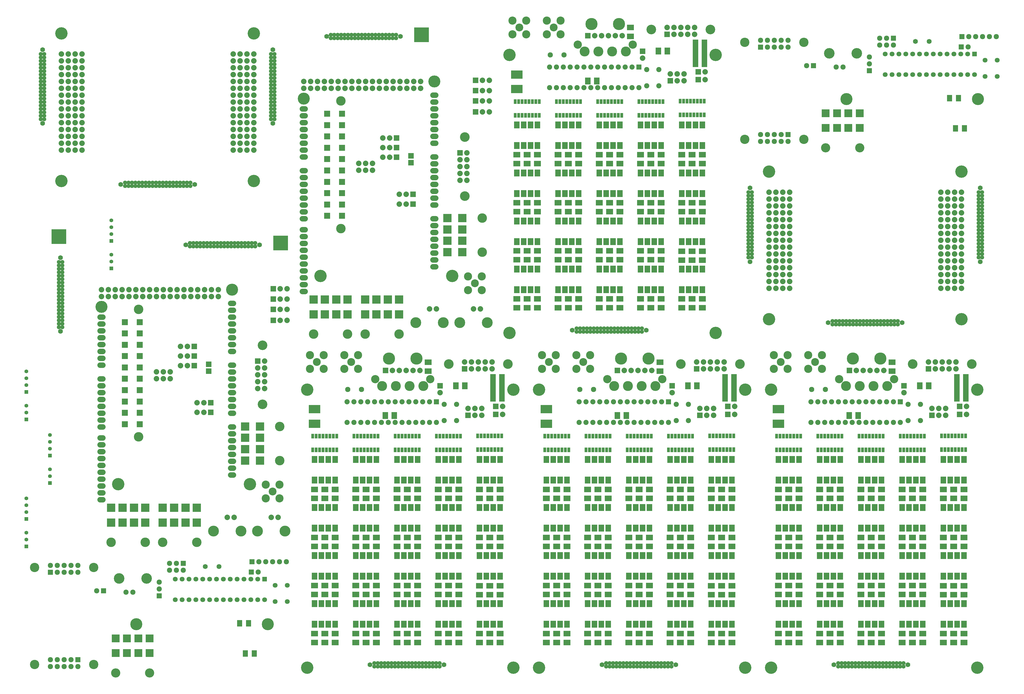
<source format=gbs>
G75*
G70*
%OFA0B0*%
%FSLAX25Y25*%
%IPPOS*%
%LPD*%
%AMOC8*
5,1,8,0,0,1.08239X$1,22.5*
%
%ADD10C,0.05500*%
%ADD101C,0.13575*%
%ADD102C,0.00000*%
%ADD104C,0.00591*%
%ADD105C,0.12000*%
%ADD109C,0.15355*%
%ADD11C,0.07000*%
%ADD111R,0.21290X0.21290*%
%ADD118R,0.11575X0.11575*%
%ADD119C,0.18000*%
%ADD123C,0.13810*%
%ADD129R,0.07575X0.09575*%
%ADD13C,0.05940*%
%ADD135O,0.12000X0.08000*%
%ADD14R,0.12000X0.12000*%
%ADD15C,0.17710*%
%ADD16C,0.13386*%
%ADD18R,0.07500X0.07500*%
%ADD22C,0.11449*%
%ADD34R,0.07575X0.07575*%
%ADD40C,0.17575*%
%ADD43C,0.07175*%
%ADD44R,0.08000X0.10000*%
%ADD45C,0.15780*%
%ADD46R,0.07075X0.07075*%
%ADD47C,0.14000*%
%ADD53C,0.08000*%
%ADD58R,0.10000X0.08000*%
%ADD63R,0.05500X0.05500*%
%ADD68C,0.07075*%
%ADD71C,0.14500*%
%ADD75R,0.08000X0.08000*%
%ADD76R,0.16760X0.12040*%
%ADD83C,0.07600*%
%ADD84C,0.07575*%
%ADD86C,0.07500*%
%ADD93R,0.09000X0.09000*%
%ADD95R,0.04000X0.06500*%
%ADD96C,0.17500*%
%ADD97C,0.11843*%
%ADD99C,0.13811*%
X0010000Y0010000D02*
G01*
D104*
D101*
X0029750Y0029500D03*
X0115750Y0029500D03*
D34*
X0092750Y0036500D03*
D84*
X0092750Y0026500D03*
X0082750Y0036500D03*
X0082750Y0026500D03*
X0072750Y0036500D03*
X0072750Y0026500D03*
X0062750Y0036500D03*
X0062750Y0026500D03*
X0052750Y0036500D03*
X0052750Y0026500D03*
D40*
X0369000Y0088250D03*
X0177750Y0088250D03*
D16*
X0147450Y0017340D03*
D118*
X0147450Y0067720D03*
X0163990Y0067720D03*
X0180510Y0067720D03*
X0197050Y0067720D03*
X0147450Y0046080D03*
X0163990Y0046080D03*
X0180510Y0046080D03*
X0197050Y0046080D03*
D16*
X0197050Y0017340D03*
D101*
X0115750Y0171000D03*
X0029750Y0171000D03*
D34*
X0052750Y0164000D03*
D84*
X0052750Y0174000D03*
X0062750Y0164000D03*
X0062750Y0174000D03*
X0072750Y0164000D03*
X0072750Y0174000D03*
X0082750Y0164000D03*
X0082750Y0174000D03*
X0092750Y0164000D03*
X0092750Y0174000D03*
D109*
X0192750Y0155000D03*
X0152750Y0155000D03*
D84*
X0162750Y0135000D03*
X0172750Y0135000D03*
D68*
X0397210Y0121390D03*
X0379490Y0121390D03*
X0397210Y0145010D03*
X0379490Y0145010D03*
D34*
X0246050Y0177000D03*
D84*
X0246050Y0167000D03*
X0236050Y0177000D03*
X0236050Y0167000D03*
X0226050Y0177000D03*
X0226050Y0167000D03*
D34*
X0345950Y0179200D03*
D84*
X0355950Y0179200D03*
X0365950Y0179200D03*
X0375950Y0179200D03*
X0385950Y0179200D03*
X0395950Y0179200D03*
D68*
X0354150Y0154000D03*
X0344150Y0154000D03*
X0334150Y0154000D03*
X0324150Y0154000D03*
X0314150Y0154000D03*
X0304150Y0154000D03*
X0294150Y0154000D03*
X0284150Y0154000D03*
X0274150Y0154000D03*
X0264150Y0154000D03*
X0254150Y0154000D03*
X0244150Y0154000D03*
X0234150Y0154000D03*
D46*
X0364150Y0154000D03*
D68*
X0234150Y0124000D03*
X0244150Y0124000D03*
X0254150Y0124000D03*
X0264150Y0124000D03*
X0274150Y0124000D03*
X0284150Y0124000D03*
X0294150Y0124000D03*
X0304150Y0124000D03*
X0314150Y0124000D03*
X0324150Y0124000D03*
X0334150Y0124000D03*
X0344150Y0124000D03*
X0354150Y0124000D03*
X0364150Y0124000D03*
D34*
X0211000Y0129500D03*
D84*
X0211000Y0139500D03*
X0211000Y0149500D03*
D43*
X0278050Y0172400D03*
X0298050Y0172400D03*
D34*
X0344850Y0164200D03*
D84*
X0354850Y0164200D03*
D34*
X0129950Y0136750D03*
D84*
X0119950Y0136750D03*
D129*
X0349350Y0045500D03*
X0336350Y0045500D03*
X0327900Y0089550D03*
X0340900Y0089550D03*
X0010000Y0194000D02*
G01*
D104*
D63*
X0017500Y0241500D03*
D10*
X0017500Y0251500D03*
X0017500Y0261500D03*
X0017500Y0271500D03*
D63*
X0017500Y0201500D03*
D10*
X0017500Y0211500D03*
X0017500Y0221500D03*
X0411250Y0010000D02*
G01*
D104*
D119*
X0426250Y0430000D03*
X0426250Y0025000D03*
X0726250Y0025000D03*
X0726250Y0430000D03*
D11*
X0625120Y0029130D03*
X0517620Y0029130D03*
D13*
X0613870Y0031630D03*
X0618870Y0031630D03*
X0618870Y0026630D03*
X0613870Y0026630D03*
X0598870Y0026630D03*
X0593870Y0026630D03*
X0603870Y0026630D03*
X0608870Y0026630D03*
X0608870Y0031630D03*
X0603870Y0031630D03*
X0593870Y0031630D03*
X0598870Y0031630D03*
X0543870Y0026630D03*
X0538870Y0026630D03*
X0528870Y0026630D03*
X0533870Y0026630D03*
X0533870Y0031630D03*
X0528870Y0031630D03*
X0538870Y0031630D03*
X0543870Y0031630D03*
X0523870Y0031630D03*
X0523870Y0026630D03*
X0548870Y0026630D03*
X0548870Y0031630D03*
X0578870Y0031630D03*
X0573870Y0031630D03*
X0583870Y0031630D03*
X0588870Y0031630D03*
X0568870Y0031630D03*
X0563870Y0031630D03*
X0553870Y0031630D03*
X0558870Y0031630D03*
X0558870Y0026630D03*
X0553870Y0026630D03*
X0563870Y0026630D03*
X0568870Y0026630D03*
X0588870Y0026630D03*
X0583870Y0026630D03*
X0573870Y0026630D03*
X0578870Y0026630D03*
D47*
X0718370Y0467130D03*
X0632370Y0467130D03*
D75*
X0655370Y0460130D03*
D53*
X0655370Y0470130D03*
X0665370Y0460130D03*
X0665370Y0470130D03*
X0675370Y0460130D03*
X0675370Y0470130D03*
X0685370Y0460130D03*
X0685370Y0470130D03*
X0695370Y0460130D03*
X0695370Y0470130D03*
D58*
X0451870Y0201630D03*
X0451870Y0214630D03*
X0706870Y0074630D03*
X0706870Y0061630D03*
X0691870Y0061630D03*
X0691870Y0074630D03*
X0676870Y0271630D03*
X0676870Y0284630D03*
X0616870Y0131630D03*
X0616870Y0144630D03*
X0646870Y0284630D03*
X0646870Y0271630D03*
X0646870Y0214630D03*
X0646870Y0201630D03*
X0616870Y0061630D03*
X0616870Y0074630D03*
X0586870Y0284630D03*
X0586870Y0271630D03*
X0586870Y0144630D03*
X0586870Y0131630D03*
X0586870Y0214630D03*
X0586870Y0201630D03*
X0571870Y0271630D03*
X0571870Y0284630D03*
X0706870Y0284630D03*
X0706870Y0271630D03*
X0706870Y0144130D03*
X0706870Y0131130D03*
X0706870Y0214630D03*
X0706870Y0201630D03*
X0691870Y0271630D03*
X0691870Y0284630D03*
X0631870Y0061630D03*
X0631870Y0074630D03*
X0676870Y0131130D03*
X0676870Y0144130D03*
X0676870Y0201630D03*
X0676870Y0214630D03*
X0646870Y0074630D03*
X0646870Y0061630D03*
X0676870Y0061630D03*
X0676870Y0074630D03*
X0466870Y0074630D03*
X0466870Y0061630D03*
X0451870Y0061630D03*
X0451870Y0074630D03*
X0466870Y0214630D03*
X0466870Y0201630D03*
X0436870Y0271630D03*
X0436870Y0284630D03*
X0436870Y0061630D03*
X0436870Y0074630D03*
X0436870Y0201630D03*
X0436870Y0214630D03*
X0451870Y0271630D03*
X0451870Y0284630D03*
X0466870Y0284630D03*
X0466870Y0271630D03*
X0496870Y0061630D03*
X0496870Y0074630D03*
X0526870Y0284630D03*
X0526870Y0271630D03*
X0511870Y0061630D03*
X0511870Y0074630D03*
X0526870Y0214630D03*
X0526870Y0201630D03*
X0496870Y0201630D03*
X0496870Y0214630D03*
X0496870Y0131630D03*
X0496870Y0144630D03*
X0496870Y0271630D03*
X0496870Y0284630D03*
X0436870Y0131630D03*
X0436870Y0144630D03*
X0556870Y0131630D03*
X0556870Y0144630D03*
X0556870Y0201630D03*
X0556870Y0214630D03*
X0556870Y0061630D03*
X0556870Y0074630D03*
X0616870Y0201630D03*
X0616870Y0214630D03*
X0646870Y0144630D03*
X0646870Y0131630D03*
X0631870Y0271630D03*
X0631870Y0284630D03*
X0616870Y0271630D03*
X0616870Y0284630D03*
X0571870Y0061630D03*
X0571870Y0074630D03*
X0586870Y0074630D03*
X0586870Y0061630D03*
X0556870Y0271630D03*
X0556870Y0284630D03*
X0526870Y0144630D03*
X0526870Y0131630D03*
X0526870Y0074630D03*
X0526870Y0061630D03*
X0511870Y0271630D03*
X0511870Y0284630D03*
X0466870Y0144630D03*
X0466870Y0131630D03*
X0571870Y0201630D03*
X0571870Y0214630D03*
X0571870Y0131630D03*
X0571870Y0144630D03*
X0631870Y0131630D03*
X0631870Y0144630D03*
X0631870Y0201630D03*
X0631870Y0214630D03*
X0691870Y0201630D03*
X0691870Y0214630D03*
X0691870Y0131130D03*
X0691870Y0144130D03*
D44*
X0696750Y0447500D03*
X0709750Y0447500D03*
D58*
X0451870Y0131630D03*
X0451870Y0144630D03*
X0511870Y0201630D03*
X0511870Y0214630D03*
X0511870Y0131630D03*
X0511870Y0144630D03*
D44*
X0586870Y0228130D03*
X0576870Y0228130D03*
X0566870Y0228130D03*
X0556870Y0228130D03*
X0556870Y0258130D03*
X0566870Y0258130D03*
X0576870Y0258130D03*
X0586870Y0258130D03*
X0706870Y0158130D03*
X0696870Y0158130D03*
X0686870Y0158130D03*
X0676870Y0158130D03*
X0676870Y0188130D03*
X0686870Y0188130D03*
X0696870Y0188130D03*
X0706870Y0188130D03*
X0466870Y0298130D03*
X0456870Y0298130D03*
X0446870Y0298130D03*
X0436870Y0298130D03*
X0436870Y0328130D03*
X0446870Y0328130D03*
X0456870Y0328130D03*
X0466870Y0328130D03*
X0586870Y0158130D03*
X0576870Y0158130D03*
X0566870Y0158130D03*
X0556870Y0158130D03*
X0556870Y0188130D03*
X0566870Y0188130D03*
X0576870Y0188130D03*
X0586870Y0188130D03*
X0466870Y0158130D03*
X0456870Y0158130D03*
X0446870Y0158130D03*
X0436870Y0158130D03*
X0436870Y0188130D03*
X0446870Y0188130D03*
X0456870Y0188130D03*
X0466870Y0188130D03*
X0646870Y0228130D03*
X0636870Y0228130D03*
X0626870Y0228130D03*
X0616870Y0228130D03*
X0616870Y0258130D03*
X0626870Y0258130D03*
X0636870Y0258130D03*
X0646870Y0258130D03*
X0646870Y0158130D03*
X0636870Y0158130D03*
X0626870Y0158130D03*
X0616870Y0158130D03*
X0616870Y0188130D03*
X0626870Y0188130D03*
X0636870Y0188130D03*
X0646870Y0188130D03*
X0706870Y0228130D03*
X0696870Y0228130D03*
X0686870Y0228130D03*
X0676870Y0228130D03*
X0676870Y0258130D03*
X0686870Y0258130D03*
X0696870Y0258130D03*
X0706870Y0258130D03*
X0706870Y0298130D03*
X0696870Y0298130D03*
X0686870Y0298130D03*
X0676870Y0298130D03*
X0676870Y0328130D03*
X0686870Y0328130D03*
X0696870Y0328130D03*
X0706870Y0328130D03*
X0466870Y0088130D03*
X0456870Y0088130D03*
X0446870Y0088130D03*
X0436870Y0088130D03*
X0436870Y0118130D03*
X0446870Y0118130D03*
X0456870Y0118130D03*
X0466870Y0118130D03*
X0646870Y0298130D03*
X0636870Y0298130D03*
X0626870Y0298130D03*
X0616870Y0298130D03*
X0616870Y0328130D03*
X0626870Y0328130D03*
X0636870Y0328130D03*
X0646870Y0328130D03*
X0706870Y0088130D03*
X0696870Y0088130D03*
X0686870Y0088130D03*
X0676870Y0088130D03*
X0676870Y0118130D03*
X0686870Y0118130D03*
X0696870Y0118130D03*
X0706870Y0118130D03*
X0526870Y0088130D03*
X0516870Y0088130D03*
X0506870Y0088130D03*
X0496870Y0088130D03*
X0496870Y0118130D03*
X0506870Y0118130D03*
X0516870Y0118130D03*
X0526870Y0118130D03*
X0586870Y0298130D03*
X0576870Y0298130D03*
X0566870Y0298130D03*
X0556870Y0298130D03*
X0556870Y0328130D03*
X0566870Y0328130D03*
X0576870Y0328130D03*
X0586870Y0328130D03*
X0526870Y0228130D03*
X0516870Y0228130D03*
X0506870Y0228130D03*
X0496870Y0228130D03*
X0496870Y0258130D03*
X0506870Y0258130D03*
X0516870Y0258130D03*
X0526870Y0258130D03*
X0586870Y0088130D03*
X0576870Y0088130D03*
X0566870Y0088130D03*
X0556870Y0088130D03*
X0556870Y0118130D03*
X0566870Y0118130D03*
X0576870Y0118130D03*
X0586870Y0118130D03*
X0466870Y0228130D03*
X0456870Y0228130D03*
X0446870Y0228130D03*
X0436870Y0228130D03*
X0436870Y0258130D03*
X0446870Y0258130D03*
X0456870Y0258130D03*
X0466870Y0258130D03*
X0526870Y0298130D03*
X0516870Y0298130D03*
X0506870Y0298130D03*
X0496870Y0298130D03*
X0496870Y0328130D03*
X0506870Y0328130D03*
X0516870Y0328130D03*
X0526870Y0328130D03*
D76*
X0436870Y0401510D03*
X0436870Y0380250D03*
D44*
X0646870Y0088130D03*
X0636870Y0088130D03*
X0626870Y0088130D03*
X0616870Y0088130D03*
X0616870Y0118130D03*
X0626870Y0118130D03*
X0636870Y0118130D03*
X0646870Y0118130D03*
X0526870Y0158130D03*
X0516870Y0158130D03*
X0506870Y0158130D03*
X0496870Y0158130D03*
X0496870Y0188130D03*
X0506870Y0188130D03*
X0516870Y0188130D03*
X0526870Y0188130D03*
D105*
X0605370Y0445130D03*
X0525370Y0445130D03*
D15*
X0585370Y0475130D03*
D71*
X0555370Y0435130D03*
X0575370Y0435130D03*
X0535370Y0435130D03*
X0595370Y0435130D03*
D15*
X0545370Y0475130D03*
D22*
X0490370Y0470130D03*
D97*
X0480370Y0480130D03*
X0500370Y0480130D03*
X0500370Y0460130D03*
X0480370Y0460130D03*
D22*
X0440370Y0470130D03*
D97*
X0430370Y0480130D03*
X0450370Y0480130D03*
X0450370Y0460130D03*
X0430370Y0460130D03*
D95*
X0529370Y0342130D03*
X0524370Y0342130D03*
X0519370Y0342130D03*
X0514370Y0342130D03*
X0509370Y0342130D03*
X0504370Y0342130D03*
X0499370Y0342130D03*
X0494370Y0342130D03*
X0494370Y0362130D03*
X0499370Y0362130D03*
X0504370Y0362130D03*
X0509370Y0362130D03*
X0514370Y0362130D03*
X0519370Y0362130D03*
X0524370Y0362130D03*
X0529370Y0362130D03*
X0589370Y0342130D03*
X0584370Y0342130D03*
X0579370Y0342130D03*
X0574370Y0342130D03*
X0569370Y0342130D03*
X0564370Y0342130D03*
X0559370Y0342130D03*
X0554370Y0342130D03*
X0554370Y0362130D03*
X0559370Y0362130D03*
X0564370Y0362130D03*
X0569370Y0362130D03*
X0574370Y0362130D03*
X0579370Y0362130D03*
X0584370Y0362130D03*
X0589370Y0362130D03*
X0649370Y0342130D03*
X0644370Y0342130D03*
X0639370Y0342130D03*
X0634370Y0342130D03*
X0629370Y0342130D03*
X0624370Y0342130D03*
X0619370Y0342130D03*
X0614370Y0342130D03*
X0614370Y0362130D03*
X0619370Y0362130D03*
X0624370Y0362130D03*
X0629370Y0362130D03*
X0634370Y0362130D03*
X0639370Y0362130D03*
X0644370Y0362130D03*
X0649370Y0362130D03*
X0709370Y0342630D03*
X0704370Y0342630D03*
X0699370Y0342630D03*
X0694370Y0342630D03*
X0689370Y0342630D03*
X0684370Y0342630D03*
X0679370Y0342630D03*
X0674370Y0342630D03*
X0674370Y0362630D03*
X0679370Y0362630D03*
X0684370Y0362630D03*
X0689370Y0362630D03*
X0694370Y0362630D03*
X0699370Y0362630D03*
X0704370Y0362630D03*
X0709370Y0362630D03*
D75*
X0660250Y0392500D03*
D53*
X0660250Y0402500D03*
X0670250Y0392500D03*
X0670250Y0402500D03*
X0680250Y0392500D03*
X0680250Y0402500D03*
D75*
X0540250Y0458000D03*
D53*
X0550250Y0458000D03*
X0560250Y0458000D03*
X0570250Y0458000D03*
X0580250Y0458000D03*
X0590250Y0458000D03*
D83*
X0485370Y0430130D03*
X0505370Y0430130D03*
D86*
X0604370Y0412380D03*
X0594370Y0412380D03*
X0584370Y0412380D03*
X0574370Y0412380D03*
X0564370Y0412380D03*
X0554370Y0412380D03*
X0544370Y0412380D03*
X0534370Y0412380D03*
X0524370Y0412380D03*
X0514370Y0412380D03*
X0504370Y0412380D03*
X0494370Y0412380D03*
X0484370Y0412380D03*
D18*
X0614370Y0412380D03*
D86*
X0484370Y0382380D03*
X0494370Y0382380D03*
X0504370Y0382380D03*
X0514370Y0382380D03*
X0524370Y0382380D03*
X0534370Y0382380D03*
X0544370Y0382380D03*
X0554370Y0382380D03*
X0564370Y0382380D03*
X0574370Y0382380D03*
X0584370Y0382380D03*
X0594370Y0382380D03*
X0604370Y0382380D03*
X0614370Y0382380D03*
D95*
X0469370Y0342130D03*
X0464370Y0342130D03*
X0459370Y0342130D03*
X0454370Y0342130D03*
X0449370Y0342130D03*
X0444370Y0342130D03*
X0439370Y0342130D03*
X0434370Y0342130D03*
X0434370Y0362130D03*
X0439370Y0362130D03*
X0444370Y0362130D03*
X0449370Y0362130D03*
X0454370Y0362130D03*
X0459370Y0362130D03*
X0464370Y0362130D03*
X0469370Y0362130D03*
D75*
X0619750Y0435500D03*
D53*
X0619750Y0425500D03*
D75*
X0700750Y0394000D03*
D53*
X0710750Y0394000D03*
D44*
X0696750Y0427500D03*
X0709750Y0427500D03*
X0696750Y0417500D03*
X0709750Y0417500D03*
D75*
X0700750Y0405500D03*
D53*
X0710750Y0405500D03*
D58*
X0602250Y0470000D03*
X0602250Y0457000D03*
D44*
X0553050Y0392100D03*
X0540050Y0392100D03*
D86*
X0643480Y0385070D03*
X0625760Y0385070D03*
X0643480Y0408690D03*
X0625760Y0408690D03*
D44*
X0696750Y0437500D03*
X0709750Y0437500D03*
X0642750Y0435700D03*
X0655750Y0435700D03*
X0116850Y0194000D02*
G01*
D104*
D53*
X0226850Y0456000D03*
X0226850Y0446000D03*
X0216850Y0446000D03*
X0216850Y0456000D03*
X0206850Y0456000D03*
X0206850Y0446000D03*
D135*
X0126850Y0269500D03*
X0126850Y0279500D03*
X0316850Y0305500D03*
X0316850Y0315500D03*
X0126850Y0465500D03*
X0126850Y0475500D03*
X0126850Y0485500D03*
X0126850Y0495500D03*
X0126850Y0505500D03*
X0126850Y0515500D03*
X0126850Y0525500D03*
X0126850Y0535500D03*
X0316850Y0555500D03*
X0316850Y0545500D03*
X0316850Y0535500D03*
X0316850Y0525500D03*
X0316850Y0485500D03*
X0316850Y0465500D03*
X0316850Y0455500D03*
X0316850Y0495500D03*
X0316850Y0505500D03*
X0316850Y0515500D03*
X0316850Y0445500D03*
X0316850Y0435500D03*
X0316850Y0425500D03*
X0316850Y0395500D03*
X0316850Y0405500D03*
X0316850Y0415500D03*
X0316850Y0375500D03*
X0316850Y0365500D03*
X0316850Y0355500D03*
X0316850Y0335500D03*
X0316850Y0325500D03*
X0126850Y0445500D03*
X0126850Y0435500D03*
X0126850Y0425500D03*
X0126850Y0415500D03*
X0126850Y0405500D03*
X0126850Y0395500D03*
X0126850Y0385500D03*
X0126850Y0375500D03*
X0126850Y0359500D03*
X0126850Y0349500D03*
X0126850Y0339500D03*
X0126850Y0329500D03*
X0126850Y0319500D03*
X0126850Y0309500D03*
X0126850Y0299500D03*
X0126850Y0289500D03*
X0316850Y0345500D03*
D96*
X0316850Y0575500D03*
X0126850Y0550500D03*
D53*
X0136850Y0565500D03*
X0136850Y0575500D03*
X0146850Y0565500D03*
X0146850Y0575500D03*
X0156850Y0565500D03*
X0156850Y0575500D03*
X0166850Y0565500D03*
X0166850Y0575500D03*
X0126850Y0565500D03*
X0126850Y0575500D03*
X0176850Y0575500D03*
X0176850Y0565500D03*
X0186850Y0565500D03*
X0186850Y0575500D03*
X0196850Y0565500D03*
X0196850Y0575500D03*
X0206850Y0565500D03*
X0206850Y0575500D03*
X0216850Y0565500D03*
X0216850Y0575500D03*
X0226850Y0565500D03*
X0226850Y0575500D03*
X0236850Y0565500D03*
X0236850Y0575500D03*
X0246850Y0565500D03*
X0246850Y0575500D03*
X0256850Y0565500D03*
X0256850Y0575500D03*
X0266850Y0565500D03*
X0266850Y0575500D03*
X0276850Y0565500D03*
X0276850Y0575500D03*
X0286850Y0565500D03*
X0286850Y0575500D03*
X0296850Y0565500D03*
X0296850Y0575500D03*
D99*
X0386410Y0326700D03*
D14*
X0336030Y0326700D03*
X0336030Y0343240D03*
X0336030Y0359760D03*
X0336030Y0376300D03*
X0357670Y0326700D03*
X0357670Y0343240D03*
X0357670Y0359760D03*
X0357670Y0376300D03*
D99*
X0386410Y0376300D03*
X0216050Y0207430D03*
D14*
X0216050Y0257820D03*
X0232590Y0257820D03*
X0249110Y0257820D03*
X0265650Y0257820D03*
X0216050Y0236180D03*
X0232590Y0236180D03*
X0249110Y0236180D03*
X0265650Y0236180D03*
D99*
X0265650Y0207430D03*
X0141050Y0207430D03*
D14*
X0141050Y0257820D03*
X0157590Y0257820D03*
X0174110Y0257820D03*
X0190650Y0257820D03*
X0141050Y0236180D03*
X0157590Y0236180D03*
X0174110Y0236180D03*
X0190650Y0236180D03*
D99*
X0190650Y0207430D03*
D75*
X0282850Y0467000D03*
D119*
X0342850Y0292200D03*
D47*
X0361350Y0408500D03*
X0361350Y0494500D03*
D75*
X0354350Y0471500D03*
D53*
X0364350Y0471500D03*
X0354350Y0461500D03*
X0364350Y0461500D03*
X0354350Y0451500D03*
X0364350Y0451500D03*
X0354350Y0441500D03*
X0364350Y0441500D03*
X0354350Y0431500D03*
X0364350Y0431500D03*
D45*
X0353850Y0224000D03*
X0393850Y0224000D03*
D53*
X0383850Y0244000D03*
X0373850Y0244000D03*
D45*
X0289850Y0224000D03*
X0329850Y0224000D03*
D53*
X0319850Y0244000D03*
X0309850Y0244000D03*
D93*
X0161030Y0379600D03*
X0161030Y0396130D03*
X0161030Y0412670D03*
X0161030Y0429200D03*
X0161030Y0445740D03*
X0161030Y0462260D03*
X0161030Y0478800D03*
X0161030Y0495330D03*
X0161030Y0511870D03*
X0161030Y0528400D03*
X0182670Y0379600D03*
X0182670Y0396130D03*
X0182670Y0412670D03*
X0182670Y0429200D03*
X0182670Y0445740D03*
X0182670Y0462260D03*
X0182670Y0478800D03*
X0182670Y0495330D03*
X0182670Y0511870D03*
X0182670Y0528400D03*
D123*
X0180910Y0361090D03*
X0180910Y0546910D03*
D22*
X0375850Y0281500D03*
D97*
X0365850Y0271500D03*
X0365850Y0291500D03*
X0385850Y0291500D03*
X0385850Y0271500D03*
D75*
X0285850Y0396750D03*
D53*
X0275850Y0396750D03*
X0265850Y0396750D03*
D75*
X0261850Y0479000D03*
D53*
X0251850Y0479000D03*
X0241850Y0479000D03*
D75*
X0285850Y0411000D03*
D53*
X0275850Y0411000D03*
X0265850Y0411000D03*
D75*
X0261850Y0493000D03*
D53*
X0251850Y0493000D03*
X0241850Y0493000D03*
D75*
X0261850Y0465000D03*
D53*
X0251850Y0465000D03*
X0241850Y0465000D03*
D75*
X0282850Y0457000D03*
X0376850Y0531000D03*
D53*
X0386850Y0531000D03*
X0396850Y0531000D03*
D75*
X0376850Y0547000D03*
D53*
X0386850Y0547000D03*
X0396850Y0547000D03*
D75*
X0376850Y0577000D03*
D53*
X0386850Y0577000D03*
X0396850Y0577000D03*
D75*
X0376850Y0562000D03*
D53*
X0386850Y0562000D03*
X0396850Y0562000D03*
D119*
X0151350Y0292200D03*
X0411250Y0497500D02*
G01*
D104*
D53*
X0521250Y0759500D03*
X0521250Y0749500D03*
X0511250Y0749500D03*
X0511250Y0759500D03*
X0501250Y0759500D03*
X0501250Y0749500D03*
D135*
X0421250Y0573000D03*
X0421250Y0583000D03*
X0611250Y0609000D03*
X0611250Y0619000D03*
X0421250Y0769000D03*
X0421250Y0779000D03*
X0421250Y0789000D03*
X0421250Y0799000D03*
X0421250Y0809000D03*
X0421250Y0819000D03*
X0421250Y0829000D03*
X0421250Y0839000D03*
X0611250Y0859000D03*
X0611250Y0849000D03*
X0611250Y0839000D03*
X0611250Y0829000D03*
X0611250Y0789000D03*
X0611250Y0769000D03*
X0611250Y0759000D03*
X0611250Y0799000D03*
X0611250Y0809000D03*
X0611250Y0819000D03*
X0611250Y0749000D03*
X0611250Y0739000D03*
X0611250Y0729000D03*
X0611250Y0699000D03*
X0611250Y0709000D03*
X0611250Y0719000D03*
X0611250Y0679000D03*
X0611250Y0669000D03*
X0611250Y0659000D03*
X0611250Y0639000D03*
X0611250Y0629000D03*
X0421250Y0749000D03*
X0421250Y0739000D03*
X0421250Y0729000D03*
X0421250Y0719000D03*
X0421250Y0709000D03*
X0421250Y0699000D03*
X0421250Y0689000D03*
X0421250Y0679000D03*
X0421250Y0663000D03*
X0421250Y0653000D03*
X0421250Y0643000D03*
X0421250Y0633000D03*
X0421250Y0623000D03*
X0421250Y0613000D03*
X0421250Y0603000D03*
X0421250Y0593000D03*
X0611250Y0649000D03*
D96*
X0611250Y0879000D03*
X0421250Y0854000D03*
D53*
X0431250Y0869000D03*
X0431250Y0879000D03*
X0441250Y0869000D03*
X0441250Y0879000D03*
X0451250Y0869000D03*
X0451250Y0879000D03*
X0461250Y0869000D03*
X0461250Y0879000D03*
X0421250Y0869000D03*
X0421250Y0879000D03*
X0471250Y0879000D03*
X0471250Y0869000D03*
X0481250Y0869000D03*
X0481250Y0879000D03*
X0491250Y0869000D03*
X0491250Y0879000D03*
X0501250Y0869000D03*
X0501250Y0879000D03*
X0511250Y0869000D03*
X0511250Y0879000D03*
X0521250Y0869000D03*
X0521250Y0879000D03*
X0531250Y0869000D03*
X0531250Y0879000D03*
X0541250Y0869000D03*
X0541250Y0879000D03*
X0551250Y0869000D03*
X0551250Y0879000D03*
X0561250Y0869000D03*
X0561250Y0879000D03*
X0571250Y0869000D03*
X0571250Y0879000D03*
X0581250Y0869000D03*
X0581250Y0879000D03*
X0591250Y0869000D03*
X0591250Y0879000D03*
D99*
X0680810Y0630200D03*
D14*
X0630430Y0630200D03*
X0630430Y0646740D03*
X0630430Y0663260D03*
X0630430Y0679800D03*
X0652070Y0630200D03*
X0652070Y0646740D03*
X0652070Y0663260D03*
X0652070Y0679800D03*
D99*
X0680810Y0679800D03*
X0510450Y0510930D03*
D14*
X0510450Y0561320D03*
X0526990Y0561320D03*
X0543510Y0561320D03*
X0560050Y0561320D03*
X0510450Y0539680D03*
X0526990Y0539680D03*
X0543510Y0539680D03*
X0560050Y0539680D03*
D99*
X0560050Y0510930D03*
X0435450Y0510930D03*
D14*
X0435450Y0561320D03*
X0451990Y0561320D03*
X0468510Y0561320D03*
X0485050Y0561320D03*
X0435450Y0539680D03*
X0451990Y0539680D03*
X0468510Y0539680D03*
X0485050Y0539680D03*
D99*
X0485050Y0510930D03*
D75*
X0577250Y0770500D03*
D119*
X0637250Y0595700D03*
D47*
X0655750Y0712000D03*
X0655750Y0798000D03*
D75*
X0648750Y0775000D03*
D53*
X0658750Y0775000D03*
X0648750Y0765000D03*
X0658750Y0765000D03*
X0648750Y0755000D03*
X0658750Y0755000D03*
X0648750Y0745000D03*
X0658750Y0745000D03*
X0648750Y0735000D03*
X0658750Y0735000D03*
D45*
X0648250Y0527500D03*
X0688250Y0527500D03*
D53*
X0678250Y0547500D03*
X0668250Y0547500D03*
D45*
X0584250Y0527500D03*
X0624250Y0527500D03*
D53*
X0614250Y0547500D03*
X0604250Y0547500D03*
D93*
X0455430Y0683100D03*
X0455430Y0699630D03*
X0455430Y0716170D03*
X0455430Y0732700D03*
X0455430Y0749240D03*
X0455430Y0765760D03*
X0455430Y0782300D03*
X0455430Y0798830D03*
X0455430Y0815370D03*
X0455430Y0831900D03*
X0477070Y0683100D03*
X0477070Y0699630D03*
X0477070Y0716170D03*
X0477070Y0732700D03*
X0477070Y0749240D03*
X0477070Y0765760D03*
X0477070Y0782300D03*
X0477070Y0798830D03*
X0477070Y0815370D03*
X0477070Y0831900D03*
D123*
X0475310Y0664590D03*
X0475310Y0850410D03*
D22*
X0670250Y0585000D03*
D97*
X0660250Y0575000D03*
X0660250Y0595000D03*
X0680250Y0595000D03*
X0680250Y0575000D03*
D75*
X0580250Y0700250D03*
D53*
X0570250Y0700250D03*
X0560250Y0700250D03*
D75*
X0556250Y0782500D03*
D53*
X0546250Y0782500D03*
X0536250Y0782500D03*
D75*
X0580250Y0714500D03*
D53*
X0570250Y0714500D03*
X0560250Y0714500D03*
D75*
X0556250Y0796500D03*
D53*
X0546250Y0796500D03*
X0536250Y0796500D03*
D75*
X0556250Y0768500D03*
D53*
X0546250Y0768500D03*
X0536250Y0768500D03*
D75*
X0577250Y0760500D03*
X0671250Y0834500D03*
D53*
X0681250Y0834500D03*
X0691250Y0834500D03*
D75*
X0671250Y0850500D03*
D53*
X0681250Y0850500D03*
X0691250Y0850500D03*
D75*
X0671250Y0880500D03*
D53*
X0681250Y0880500D03*
X0691250Y0880500D03*
D75*
X0671250Y0865500D03*
D53*
X0681250Y0865500D03*
X0691250Y0865500D03*
D119*
X0445750Y0595700D03*
X0206250Y0599000D02*
G01*
D104*
D11*
X0249500Y0641000D03*
X0357000Y0641000D03*
D13*
X0260750Y0638500D03*
X0255750Y0638500D03*
X0255750Y0643500D03*
X0260750Y0643500D03*
X0275750Y0643500D03*
X0280750Y0643500D03*
X0270750Y0643500D03*
X0265750Y0643500D03*
X0265750Y0638500D03*
X0270750Y0638500D03*
X0280750Y0638500D03*
X0275750Y0638500D03*
X0330750Y0643500D03*
X0335750Y0643500D03*
X0345750Y0643500D03*
X0340750Y0643500D03*
X0340750Y0638500D03*
X0345750Y0638500D03*
X0335750Y0638500D03*
X0330750Y0638500D03*
X0350750Y0638500D03*
X0350750Y0643500D03*
X0325750Y0643500D03*
X0325750Y0638500D03*
X0295750Y0638500D03*
X0300750Y0638500D03*
X0290750Y0638500D03*
X0285750Y0638500D03*
X0305750Y0638500D03*
X0310750Y0638500D03*
X0320750Y0638500D03*
X0315750Y0638500D03*
X0315750Y0643500D03*
X0320750Y0643500D03*
X0310750Y0643500D03*
X0305750Y0643500D03*
X0285750Y0643500D03*
X0290750Y0643500D03*
X0300750Y0643500D03*
X0295750Y0643500D03*
D111*
X0387750Y0643500D03*
X0013750Y0699000D02*
G01*
D102*
D119*
X0068750Y0734000D03*
X0348750Y0734000D03*
X0068750Y0949000D03*
X0348750Y0949000D03*
D11*
X0041250Y0817750D03*
X0041250Y0925250D03*
D13*
X0043750Y0829000D03*
X0043750Y0824000D03*
X0038750Y0824000D03*
X0038750Y0829000D03*
X0038750Y0844000D03*
X0038750Y0849000D03*
X0038750Y0839000D03*
X0038750Y0834000D03*
X0043750Y0834000D03*
X0043750Y0839000D03*
X0043750Y0849000D03*
X0043750Y0844000D03*
X0038750Y0899000D03*
X0038750Y0904000D03*
X0038750Y0914000D03*
X0038750Y0909000D03*
X0043750Y0909000D03*
X0043750Y0914000D03*
X0043750Y0904000D03*
X0043750Y0899000D03*
X0043750Y0919000D03*
X0038750Y0919000D03*
X0038750Y0894000D03*
X0043750Y0894000D03*
X0043750Y0864000D03*
X0043750Y0869000D03*
X0043750Y0859000D03*
X0043750Y0854000D03*
X0043750Y0874000D03*
X0043750Y0879000D03*
X0043750Y0889000D03*
X0043750Y0884000D03*
X0038750Y0884000D03*
X0038750Y0889000D03*
X0038750Y0879000D03*
X0038750Y0874000D03*
X0038750Y0854000D03*
X0038750Y0859000D03*
X0038750Y0869000D03*
X0038750Y0864000D03*
D11*
X0376250Y0925250D03*
X0376250Y0817750D03*
D13*
X0373750Y0914000D03*
X0373750Y0919000D03*
X0378750Y0919000D03*
X0378750Y0914000D03*
X0378750Y0899000D03*
X0378750Y0894000D03*
X0378750Y0904000D03*
X0378750Y0909000D03*
X0373750Y0909000D03*
X0373750Y0904000D03*
X0373750Y0894000D03*
X0373750Y0899000D03*
X0378750Y0844000D03*
X0378750Y0839000D03*
X0378750Y0829000D03*
X0378750Y0834000D03*
X0373750Y0834000D03*
X0373750Y0829000D03*
X0373750Y0839000D03*
X0373750Y0844000D03*
X0373750Y0824000D03*
X0378750Y0824000D03*
X0378750Y0849000D03*
X0373750Y0849000D03*
X0373750Y0879000D03*
X0373750Y0874000D03*
X0373750Y0884000D03*
X0373750Y0889000D03*
X0373750Y0869000D03*
X0373750Y0864000D03*
X0373750Y0854000D03*
X0373750Y0859000D03*
X0378750Y0859000D03*
X0378750Y0854000D03*
X0378750Y0864000D03*
X0378750Y0869000D03*
X0378750Y0889000D03*
X0378750Y0884000D03*
X0378750Y0874000D03*
X0378750Y0879000D03*
D11*
X0262500Y0729000D03*
X0155000Y0729000D03*
D13*
X0251250Y0731500D03*
X0256250Y0731500D03*
X0256250Y0726500D03*
X0251250Y0726500D03*
X0236250Y0726500D03*
X0231250Y0726500D03*
X0241250Y0726500D03*
X0246250Y0726500D03*
X0246250Y0731500D03*
X0241250Y0731500D03*
X0231250Y0731500D03*
X0236250Y0731500D03*
X0181250Y0726500D03*
X0176250Y0726500D03*
X0166250Y0726500D03*
X0171250Y0726500D03*
X0171250Y0731500D03*
X0166250Y0731500D03*
X0176250Y0731500D03*
X0181250Y0731500D03*
X0161250Y0731500D03*
X0161250Y0726500D03*
X0186250Y0726500D03*
X0186250Y0731500D03*
X0216250Y0731500D03*
X0211250Y0731500D03*
X0221250Y0731500D03*
X0226250Y0731500D03*
X0206250Y0731500D03*
X0201250Y0731500D03*
X0191250Y0731500D03*
X0196250Y0731500D03*
X0196250Y0726500D03*
X0191250Y0726500D03*
X0201250Y0726500D03*
X0206250Y0726500D03*
X0226250Y0726500D03*
X0221250Y0726500D03*
X0211250Y0726500D03*
X0216250Y0726500D03*
D53*
X0318750Y0919000D03*
X0328750Y0919000D03*
X0338750Y0919000D03*
X0348750Y0919000D03*
X0318750Y0909000D03*
X0328750Y0909000D03*
X0338750Y0909000D03*
X0348750Y0909000D03*
X0318750Y0899000D03*
X0328750Y0899000D03*
X0338750Y0899000D03*
X0348750Y0899000D03*
X0318750Y0889000D03*
X0328750Y0889000D03*
X0338750Y0889000D03*
X0348750Y0889000D03*
X0318750Y0879000D03*
X0328750Y0879000D03*
X0338750Y0879000D03*
X0348750Y0879000D03*
X0318750Y0869000D03*
X0328750Y0869000D03*
X0338750Y0869000D03*
X0348750Y0869000D03*
X0318750Y0859000D03*
X0328750Y0859000D03*
X0338750Y0859000D03*
X0348750Y0859000D03*
X0318750Y0849000D03*
X0328750Y0849000D03*
X0338750Y0849000D03*
X0348750Y0849000D03*
X0318750Y0839000D03*
X0328750Y0839000D03*
X0338750Y0839000D03*
X0348750Y0839000D03*
X0318750Y0829000D03*
X0328750Y0829000D03*
X0338750Y0829000D03*
X0348750Y0829000D03*
X0318750Y0819000D03*
X0328750Y0819000D03*
X0338750Y0819000D03*
X0348750Y0819000D03*
X0318750Y0809000D03*
X0328750Y0809000D03*
X0338750Y0809000D03*
X0348750Y0809000D03*
X0318750Y0799000D03*
X0328750Y0799000D03*
X0338750Y0799000D03*
X0348750Y0799000D03*
X0318750Y0789000D03*
X0328750Y0789000D03*
X0338750Y0789000D03*
X0348750Y0789000D03*
X0318750Y0779000D03*
X0328750Y0779000D03*
X0338750Y0779000D03*
X0348750Y0779000D03*
X0068750Y0779000D03*
X0078750Y0779000D03*
X0088750Y0779000D03*
X0098750Y0779000D03*
X0068750Y0789000D03*
X0078750Y0789000D03*
X0088750Y0789000D03*
X0098750Y0789000D03*
X0068750Y0799000D03*
X0078750Y0799000D03*
X0088750Y0799000D03*
X0098750Y0799000D03*
X0068750Y0809000D03*
X0078750Y0809000D03*
X0088750Y0809000D03*
X0098750Y0809000D03*
X0068750Y0819000D03*
X0078750Y0819000D03*
X0088750Y0819000D03*
X0098750Y0819000D03*
X0068750Y0829000D03*
X0078750Y0829000D03*
X0088750Y0829000D03*
X0098750Y0829000D03*
X0068750Y0839000D03*
X0078750Y0839000D03*
X0088750Y0839000D03*
X0098750Y0839000D03*
X0068750Y0849000D03*
X0078750Y0849000D03*
X0088750Y0849000D03*
X0098750Y0849000D03*
X0068750Y0859000D03*
X0078750Y0859000D03*
X0088750Y0859000D03*
X0098750Y0859000D03*
X0068750Y0869000D03*
X0078750Y0869000D03*
X0088750Y0869000D03*
X0098750Y0869000D03*
X0068750Y0879000D03*
X0078750Y0879000D03*
X0088750Y0879000D03*
X0098750Y0879000D03*
X0068750Y0889000D03*
X0078750Y0889000D03*
X0088750Y0889000D03*
X0098750Y0889000D03*
X0068750Y0899000D03*
X0078750Y0899000D03*
X0088750Y0899000D03*
X0098750Y0899000D03*
X0068750Y0909000D03*
X0078750Y0909000D03*
X0088750Y0909000D03*
X0098750Y0909000D03*
X0068750Y0919000D03*
X0078750Y0919000D03*
X0088750Y0919000D03*
X0098750Y0919000D03*
X0705650Y0497500D02*
G01*
D104*
D119*
X0720650Y0917500D03*
X0720650Y0512500D03*
X1020650Y0512500D03*
X1020650Y0917500D03*
D11*
X0919520Y0516630D03*
X0812020Y0516630D03*
D13*
X0908270Y0519130D03*
X0913270Y0519130D03*
X0913270Y0514130D03*
X0908270Y0514130D03*
X0893270Y0514130D03*
X0888270Y0514130D03*
X0898270Y0514130D03*
X0903270Y0514130D03*
X0903270Y0519130D03*
X0898270Y0519130D03*
X0888270Y0519130D03*
X0893270Y0519130D03*
X0838270Y0514130D03*
X0833270Y0514130D03*
X0823270Y0514130D03*
X0828270Y0514130D03*
X0828270Y0519130D03*
X0823270Y0519130D03*
X0833270Y0519130D03*
X0838270Y0519130D03*
X0818270Y0519130D03*
X0818270Y0514130D03*
X0843270Y0514130D03*
X0843270Y0519130D03*
X0873270Y0519130D03*
X0868270Y0519130D03*
X0878270Y0519130D03*
X0883270Y0519130D03*
X0863270Y0519130D03*
X0858270Y0519130D03*
X0848270Y0519130D03*
X0853270Y0519130D03*
X0853270Y0514130D03*
X0848270Y0514130D03*
X0858270Y0514130D03*
X0863270Y0514130D03*
X0883270Y0514130D03*
X0878270Y0514130D03*
X0868270Y0514130D03*
X0873270Y0514130D03*
D47*
X1012770Y0954630D03*
X0926770Y0954630D03*
D75*
X0949770Y0947630D03*
D53*
X0949770Y0957630D03*
X0959770Y0947630D03*
X0959770Y0957630D03*
X0969770Y0947630D03*
X0969770Y0957630D03*
X0979770Y0947630D03*
X0979770Y0957630D03*
X0989770Y0947630D03*
X0989770Y0957630D03*
D58*
X0746270Y0689130D03*
X0746270Y0702130D03*
X1001270Y0562130D03*
X1001270Y0549130D03*
X0986270Y0549130D03*
X0986270Y0562130D03*
X0971270Y0759130D03*
X0971270Y0772130D03*
X0911270Y0619130D03*
X0911270Y0632130D03*
X0941270Y0772130D03*
X0941270Y0759130D03*
X0941270Y0702130D03*
X0941270Y0689130D03*
X0911270Y0549130D03*
X0911270Y0562130D03*
X0881270Y0772130D03*
X0881270Y0759130D03*
X0881270Y0632130D03*
X0881270Y0619130D03*
X0881270Y0702130D03*
X0881270Y0689130D03*
X0866270Y0759130D03*
X0866270Y0772130D03*
X1001270Y0772130D03*
X1001270Y0759130D03*
X1001270Y0631630D03*
X1001270Y0618630D03*
X1001270Y0702130D03*
X1001270Y0689130D03*
X0986270Y0759130D03*
X0986270Y0772130D03*
X0926270Y0549130D03*
X0926270Y0562130D03*
X0971270Y0618630D03*
X0971270Y0631630D03*
X0971270Y0689130D03*
X0971270Y0702130D03*
X0941270Y0562130D03*
X0941270Y0549130D03*
X0971270Y0549130D03*
X0971270Y0562130D03*
X0761270Y0562130D03*
X0761270Y0549130D03*
X0746270Y0549130D03*
X0746270Y0562130D03*
X0761270Y0702130D03*
X0761270Y0689130D03*
X0731270Y0759130D03*
X0731270Y0772130D03*
X0731270Y0549130D03*
X0731270Y0562130D03*
X0731270Y0689130D03*
X0731270Y0702130D03*
X0746270Y0759130D03*
X0746270Y0772130D03*
X0761270Y0772130D03*
X0761270Y0759130D03*
X0791270Y0549130D03*
X0791270Y0562130D03*
X0821270Y0772130D03*
X0821270Y0759130D03*
X0806270Y0549130D03*
X0806270Y0562130D03*
X0821270Y0702130D03*
X0821270Y0689130D03*
X0791270Y0689130D03*
X0791270Y0702130D03*
X0791270Y0619130D03*
X0791270Y0632130D03*
X0791270Y0759130D03*
X0791270Y0772130D03*
X0731270Y0619130D03*
X0731270Y0632130D03*
X0851270Y0619130D03*
X0851270Y0632130D03*
X0851270Y0689130D03*
X0851270Y0702130D03*
X0851270Y0549130D03*
X0851270Y0562130D03*
X0911270Y0689130D03*
X0911270Y0702130D03*
X0941270Y0632130D03*
X0941270Y0619130D03*
X0926270Y0759130D03*
X0926270Y0772130D03*
X0911270Y0759130D03*
X0911270Y0772130D03*
X0866270Y0549130D03*
X0866270Y0562130D03*
X0881270Y0562130D03*
X0881270Y0549130D03*
X0851270Y0759130D03*
X0851270Y0772130D03*
X0821270Y0632130D03*
X0821270Y0619130D03*
X0821270Y0562130D03*
X0821270Y0549130D03*
X0806270Y0759130D03*
X0806270Y0772130D03*
X0761270Y0632130D03*
X0761270Y0619130D03*
X0866270Y0689130D03*
X0866270Y0702130D03*
X0866270Y0619130D03*
X0866270Y0632130D03*
X0926270Y0619130D03*
X0926270Y0632130D03*
X0926270Y0689130D03*
X0926270Y0702130D03*
X0986270Y0689130D03*
X0986270Y0702130D03*
X0986270Y0618630D03*
X0986270Y0631630D03*
D44*
X0991150Y0935000D03*
X1004150Y0935000D03*
D58*
X0746270Y0619130D03*
X0746270Y0632130D03*
X0806270Y0689130D03*
X0806270Y0702130D03*
X0806270Y0619130D03*
X0806270Y0632130D03*
D44*
X0881270Y0715630D03*
X0871270Y0715630D03*
X0861270Y0715630D03*
X0851270Y0715630D03*
X0851270Y0745630D03*
X0861270Y0745630D03*
X0871270Y0745630D03*
X0881270Y0745630D03*
X1001270Y0645630D03*
X0991270Y0645630D03*
X0981270Y0645630D03*
X0971270Y0645630D03*
X0971270Y0675630D03*
X0981270Y0675630D03*
X0991270Y0675630D03*
X1001270Y0675630D03*
X0761270Y0785630D03*
X0751270Y0785630D03*
X0741270Y0785630D03*
X0731270Y0785630D03*
X0731270Y0815630D03*
X0741270Y0815630D03*
X0751270Y0815630D03*
X0761270Y0815630D03*
X0881270Y0645630D03*
X0871270Y0645630D03*
X0861270Y0645630D03*
X0851270Y0645630D03*
X0851270Y0675630D03*
X0861270Y0675630D03*
X0871270Y0675630D03*
X0881270Y0675630D03*
X0761270Y0645630D03*
X0751270Y0645630D03*
X0741270Y0645630D03*
X0731270Y0645630D03*
X0731270Y0675630D03*
X0741270Y0675630D03*
X0751270Y0675630D03*
X0761270Y0675630D03*
X0941270Y0715630D03*
X0931270Y0715630D03*
X0921270Y0715630D03*
X0911270Y0715630D03*
X0911270Y0745630D03*
X0921270Y0745630D03*
X0931270Y0745630D03*
X0941270Y0745630D03*
X0941270Y0645630D03*
X0931270Y0645630D03*
X0921270Y0645630D03*
X0911270Y0645630D03*
X0911270Y0675630D03*
X0921270Y0675630D03*
X0931270Y0675630D03*
X0941270Y0675630D03*
X1001270Y0715630D03*
X0991270Y0715630D03*
X0981270Y0715630D03*
X0971270Y0715630D03*
X0971270Y0745630D03*
X0981270Y0745630D03*
X0991270Y0745630D03*
X1001270Y0745630D03*
X1001270Y0785630D03*
X0991270Y0785630D03*
X0981270Y0785630D03*
X0971270Y0785630D03*
X0971270Y0815630D03*
X0981270Y0815630D03*
X0991270Y0815630D03*
X1001270Y0815630D03*
X0761270Y0575630D03*
X0751270Y0575630D03*
X0741270Y0575630D03*
X0731270Y0575630D03*
X0731270Y0605630D03*
X0741270Y0605630D03*
X0751270Y0605630D03*
X0761270Y0605630D03*
X0941270Y0785630D03*
X0931270Y0785630D03*
X0921270Y0785630D03*
X0911270Y0785630D03*
X0911270Y0815630D03*
X0921270Y0815630D03*
X0931270Y0815630D03*
X0941270Y0815630D03*
X1001270Y0575630D03*
X0991270Y0575630D03*
X0981270Y0575630D03*
X0971270Y0575630D03*
X0971270Y0605630D03*
X0981270Y0605630D03*
X0991270Y0605630D03*
X1001270Y0605630D03*
X0821270Y0575630D03*
X0811270Y0575630D03*
X0801270Y0575630D03*
X0791270Y0575630D03*
X0791270Y0605630D03*
X0801270Y0605630D03*
X0811270Y0605630D03*
X0821270Y0605630D03*
X0881270Y0785630D03*
X0871270Y0785630D03*
X0861270Y0785630D03*
X0851270Y0785630D03*
X0851270Y0815630D03*
X0861270Y0815630D03*
X0871270Y0815630D03*
X0881270Y0815630D03*
X0821270Y0715630D03*
X0811270Y0715630D03*
X0801270Y0715630D03*
X0791270Y0715630D03*
X0791270Y0745630D03*
X0801270Y0745630D03*
X0811270Y0745630D03*
X0821270Y0745630D03*
X0881270Y0575630D03*
X0871270Y0575630D03*
X0861270Y0575630D03*
X0851270Y0575630D03*
X0851270Y0605630D03*
X0861270Y0605630D03*
X0871270Y0605630D03*
X0881270Y0605630D03*
X0761270Y0715630D03*
X0751270Y0715630D03*
X0741270Y0715630D03*
X0731270Y0715630D03*
X0731270Y0745630D03*
X0741270Y0745630D03*
X0751270Y0745630D03*
X0761270Y0745630D03*
X0821270Y0785630D03*
X0811270Y0785630D03*
X0801270Y0785630D03*
X0791270Y0785630D03*
X0791270Y0815630D03*
X0801270Y0815630D03*
X0811270Y0815630D03*
X0821270Y0815630D03*
D76*
X0731270Y0889010D03*
X0731270Y0867750D03*
D44*
X0941270Y0575630D03*
X0931270Y0575630D03*
X0921270Y0575630D03*
X0911270Y0575630D03*
X0911270Y0605630D03*
X0921270Y0605630D03*
X0931270Y0605630D03*
X0941270Y0605630D03*
X0821270Y0645630D03*
X0811270Y0645630D03*
X0801270Y0645630D03*
X0791270Y0645630D03*
X0791270Y0675630D03*
X0801270Y0675630D03*
X0811270Y0675630D03*
X0821270Y0675630D03*
D105*
X0899770Y0932630D03*
X0819770Y0932630D03*
D15*
X0879770Y0962630D03*
D71*
X0849770Y0922630D03*
X0869770Y0922630D03*
X0829770Y0922630D03*
X0889770Y0922630D03*
D15*
X0839770Y0962630D03*
D22*
X0784770Y0957630D03*
D97*
X0774770Y0967630D03*
X0794770Y0967630D03*
X0794770Y0947630D03*
X0774770Y0947630D03*
D22*
X0734770Y0957630D03*
D97*
X0724770Y0967630D03*
X0744770Y0967630D03*
X0744770Y0947630D03*
X0724770Y0947630D03*
D95*
X0823770Y0829630D03*
X0818770Y0829630D03*
X0813770Y0829630D03*
X0808770Y0829630D03*
X0803770Y0829630D03*
X0798770Y0829630D03*
X0793770Y0829630D03*
X0788770Y0829630D03*
X0788770Y0849630D03*
X0793770Y0849630D03*
X0798770Y0849630D03*
X0803770Y0849630D03*
X0808770Y0849630D03*
X0813770Y0849630D03*
X0818770Y0849630D03*
X0823770Y0849630D03*
X0883770Y0829630D03*
X0878770Y0829630D03*
X0873770Y0829630D03*
X0868770Y0829630D03*
X0863770Y0829630D03*
X0858770Y0829630D03*
X0853770Y0829630D03*
X0848770Y0829630D03*
X0848770Y0849630D03*
X0853770Y0849630D03*
X0858770Y0849630D03*
X0863770Y0849630D03*
X0868770Y0849630D03*
X0873770Y0849630D03*
X0878770Y0849630D03*
X0883770Y0849630D03*
X0943770Y0829630D03*
X0938770Y0829630D03*
X0933770Y0829630D03*
X0928770Y0829630D03*
X0923770Y0829630D03*
X0918770Y0829630D03*
X0913770Y0829630D03*
X0908770Y0829630D03*
X0908770Y0849630D03*
X0913770Y0849630D03*
X0918770Y0849630D03*
X0923770Y0849630D03*
X0928770Y0849630D03*
X0933770Y0849630D03*
X0938770Y0849630D03*
X0943770Y0849630D03*
X1003770Y0830130D03*
X0998770Y0830130D03*
X0993770Y0830130D03*
X0988770Y0830130D03*
X0983770Y0830130D03*
X0978770Y0830130D03*
X0973770Y0830130D03*
X0968770Y0830130D03*
X0968770Y0850130D03*
X0973770Y0850130D03*
X0978770Y0850130D03*
X0983770Y0850130D03*
X0988770Y0850130D03*
X0993770Y0850130D03*
X0998770Y0850130D03*
X1003770Y0850130D03*
D75*
X0954650Y0880000D03*
D53*
X0954650Y0890000D03*
X0964650Y0880000D03*
X0964650Y0890000D03*
X0974650Y0880000D03*
X0974650Y0890000D03*
D75*
X0834650Y0945500D03*
D53*
X0844650Y0945500D03*
X0854650Y0945500D03*
X0864650Y0945500D03*
X0874650Y0945500D03*
X0884650Y0945500D03*
D83*
X0779770Y0917630D03*
X0799770Y0917630D03*
D86*
X0898770Y0899880D03*
X0888770Y0899880D03*
X0878770Y0899880D03*
X0868770Y0899880D03*
X0858770Y0899880D03*
X0848770Y0899880D03*
X0838770Y0899880D03*
X0828770Y0899880D03*
X0818770Y0899880D03*
X0808770Y0899880D03*
X0798770Y0899880D03*
X0788770Y0899880D03*
X0778770Y0899880D03*
D18*
X0908770Y0899880D03*
D86*
X0778770Y0869880D03*
X0788770Y0869880D03*
X0798770Y0869880D03*
X0808770Y0869880D03*
X0818770Y0869880D03*
X0828770Y0869880D03*
X0838770Y0869880D03*
X0848770Y0869880D03*
X0858770Y0869880D03*
X0868770Y0869880D03*
X0878770Y0869880D03*
X0888770Y0869880D03*
X0898770Y0869880D03*
X0908770Y0869880D03*
D95*
X0763770Y0829630D03*
X0758770Y0829630D03*
X0753770Y0829630D03*
X0748770Y0829630D03*
X0743770Y0829630D03*
X0738770Y0829630D03*
X0733770Y0829630D03*
X0728770Y0829630D03*
X0728770Y0849630D03*
X0733770Y0849630D03*
X0738770Y0849630D03*
X0743770Y0849630D03*
X0748770Y0849630D03*
X0753770Y0849630D03*
X0758770Y0849630D03*
X0763770Y0849630D03*
D75*
X0914150Y0923000D03*
D53*
X0914150Y0913000D03*
D75*
X0995150Y0881500D03*
D53*
X1005150Y0881500D03*
D44*
X0991150Y0915000D03*
X1004150Y0915000D03*
X0991150Y0905000D03*
X1004150Y0905000D03*
D75*
X0995150Y0893000D03*
D53*
X1005150Y0893000D03*
D58*
X0896650Y0957500D03*
X0896650Y0944500D03*
D44*
X0847450Y0879600D03*
X0834450Y0879600D03*
D86*
X0937880Y0872570D03*
X0920160Y0872570D03*
X0937880Y0896190D03*
X0920160Y0896190D03*
D44*
X0991150Y0925000D03*
X1004150Y0925000D03*
X0937150Y0923200D03*
X0950150Y0923200D03*
X0044350Y0286500D02*
G01*
D104*
D63*
X0051850Y0334000D03*
D10*
X0051850Y0344000D03*
X0051850Y0354000D03*
X0051850Y0364000D03*
D63*
X0051850Y0294000D03*
D10*
X0051850Y0304000D03*
X0051850Y0314000D03*
X0133750Y0599000D02*
G01*
D104*
D63*
X0141250Y0646500D03*
D10*
X0141250Y0656500D03*
X0141250Y0666500D03*
X0141250Y0676500D03*
D63*
X0141250Y0606500D03*
D10*
X0141250Y0616500D03*
X0141250Y0626500D03*
X0748750Y0010000D02*
G01*
D104*
D119*
X0763750Y0430000D03*
X0763750Y0025000D03*
X1063750Y0025000D03*
X1063750Y0430000D03*
D11*
X0962620Y0029130D03*
X0855120Y0029130D03*
D13*
X0951370Y0031630D03*
X0956370Y0031630D03*
X0956370Y0026630D03*
X0951370Y0026630D03*
X0936370Y0026630D03*
X0931370Y0026630D03*
X0941370Y0026630D03*
X0946370Y0026630D03*
X0946370Y0031630D03*
X0941370Y0031630D03*
X0931370Y0031630D03*
X0936370Y0031630D03*
X0881370Y0026630D03*
X0876370Y0026630D03*
X0866370Y0026630D03*
X0871370Y0026630D03*
X0871370Y0031630D03*
X0866370Y0031630D03*
X0876370Y0031630D03*
X0881370Y0031630D03*
X0861370Y0031630D03*
X0861370Y0026630D03*
X0886370Y0026630D03*
X0886370Y0031630D03*
X0916370Y0031630D03*
X0911370Y0031630D03*
X0921370Y0031630D03*
X0926370Y0031630D03*
X0906370Y0031630D03*
X0901370Y0031630D03*
X0891370Y0031630D03*
X0896370Y0031630D03*
X0896370Y0026630D03*
X0891370Y0026630D03*
X0901370Y0026630D03*
X0906370Y0026630D03*
X0926370Y0026630D03*
X0921370Y0026630D03*
X0911370Y0026630D03*
X0916370Y0026630D03*
D47*
X1055870Y0467130D03*
X0969870Y0467130D03*
D75*
X0992870Y0460130D03*
D53*
X0992870Y0470130D03*
X1002870Y0460130D03*
X1002870Y0470130D03*
X1012870Y0460130D03*
X1012870Y0470130D03*
X1022870Y0460130D03*
X1022870Y0470130D03*
X1032870Y0460130D03*
X1032870Y0470130D03*
D58*
X0789370Y0201630D03*
X0789370Y0214630D03*
X1044370Y0074630D03*
X1044370Y0061630D03*
X1029370Y0061630D03*
X1029370Y0074630D03*
X1014370Y0271630D03*
X1014370Y0284630D03*
X0954370Y0131630D03*
X0954370Y0144630D03*
X0984370Y0284630D03*
X0984370Y0271630D03*
X0984370Y0214630D03*
X0984370Y0201630D03*
X0954370Y0061630D03*
X0954370Y0074630D03*
X0924370Y0284630D03*
X0924370Y0271630D03*
X0924370Y0144630D03*
X0924370Y0131630D03*
X0924370Y0214630D03*
X0924370Y0201630D03*
X0909370Y0271630D03*
X0909370Y0284630D03*
X1044370Y0284630D03*
X1044370Y0271630D03*
X1044370Y0144130D03*
X1044370Y0131130D03*
X1044370Y0214630D03*
X1044370Y0201630D03*
X1029370Y0271630D03*
X1029370Y0284630D03*
X0969370Y0061630D03*
X0969370Y0074630D03*
X1014370Y0131130D03*
X1014370Y0144130D03*
X1014370Y0201630D03*
X1014370Y0214630D03*
X0984370Y0074630D03*
X0984370Y0061630D03*
X1014370Y0061630D03*
X1014370Y0074630D03*
X0804370Y0074630D03*
X0804370Y0061630D03*
X0789370Y0061630D03*
X0789370Y0074630D03*
X0804370Y0214630D03*
X0804370Y0201630D03*
X0774370Y0271630D03*
X0774370Y0284630D03*
X0774370Y0061630D03*
X0774370Y0074630D03*
X0774370Y0201630D03*
X0774370Y0214630D03*
X0789370Y0271630D03*
X0789370Y0284630D03*
X0804370Y0284630D03*
X0804370Y0271630D03*
X0834370Y0061630D03*
X0834370Y0074630D03*
X0864370Y0284630D03*
X0864370Y0271630D03*
X0849370Y0061630D03*
X0849370Y0074630D03*
X0864370Y0214630D03*
X0864370Y0201630D03*
X0834370Y0201630D03*
X0834370Y0214630D03*
X0834370Y0131630D03*
X0834370Y0144630D03*
X0834370Y0271630D03*
X0834370Y0284630D03*
X0774370Y0131630D03*
X0774370Y0144630D03*
X0894370Y0131630D03*
X0894370Y0144630D03*
X0894370Y0201630D03*
X0894370Y0214630D03*
X0894370Y0061630D03*
X0894370Y0074630D03*
X0954370Y0201630D03*
X0954370Y0214630D03*
X0984370Y0144630D03*
X0984370Y0131630D03*
X0969370Y0271630D03*
X0969370Y0284630D03*
X0954370Y0271630D03*
X0954370Y0284630D03*
X0909370Y0061630D03*
X0909370Y0074630D03*
X0924370Y0074630D03*
X0924370Y0061630D03*
X0894370Y0271630D03*
X0894370Y0284630D03*
X0864370Y0144630D03*
X0864370Y0131630D03*
X0864370Y0074630D03*
X0864370Y0061630D03*
X0849370Y0271630D03*
X0849370Y0284630D03*
X0804370Y0144630D03*
X0804370Y0131630D03*
X0909370Y0201630D03*
X0909370Y0214630D03*
X0909370Y0131630D03*
X0909370Y0144630D03*
X0969370Y0131630D03*
X0969370Y0144630D03*
X0969370Y0201630D03*
X0969370Y0214630D03*
X1029370Y0201630D03*
X1029370Y0214630D03*
X1029370Y0131130D03*
X1029370Y0144130D03*
D44*
X1034250Y0447500D03*
X1047250Y0447500D03*
D58*
X0789370Y0131630D03*
X0789370Y0144630D03*
X0849370Y0201630D03*
X0849370Y0214630D03*
X0849370Y0131630D03*
X0849370Y0144630D03*
D44*
X0924370Y0228130D03*
X0914370Y0228130D03*
X0904370Y0228130D03*
X0894370Y0228130D03*
X0894370Y0258130D03*
X0904370Y0258130D03*
X0914370Y0258130D03*
X0924370Y0258130D03*
X1044370Y0158130D03*
X1034370Y0158130D03*
X1024370Y0158130D03*
X1014370Y0158130D03*
X1014370Y0188130D03*
X1024370Y0188130D03*
X1034370Y0188130D03*
X1044370Y0188130D03*
X0804370Y0298130D03*
X0794370Y0298130D03*
X0784370Y0298130D03*
X0774370Y0298130D03*
X0774370Y0328130D03*
X0784370Y0328130D03*
X0794370Y0328130D03*
X0804370Y0328130D03*
X0924370Y0158130D03*
X0914370Y0158130D03*
X0904370Y0158130D03*
X0894370Y0158130D03*
X0894370Y0188130D03*
X0904370Y0188130D03*
X0914370Y0188130D03*
X0924370Y0188130D03*
X0804370Y0158130D03*
X0794370Y0158130D03*
X0784370Y0158130D03*
X0774370Y0158130D03*
X0774370Y0188130D03*
X0784370Y0188130D03*
X0794370Y0188130D03*
X0804370Y0188130D03*
X0984370Y0228130D03*
X0974370Y0228130D03*
X0964370Y0228130D03*
X0954370Y0228130D03*
X0954370Y0258130D03*
X0964370Y0258130D03*
X0974370Y0258130D03*
X0984370Y0258130D03*
X0984370Y0158130D03*
X0974370Y0158130D03*
X0964370Y0158130D03*
X0954370Y0158130D03*
X0954370Y0188130D03*
X0964370Y0188130D03*
X0974370Y0188130D03*
X0984370Y0188130D03*
X1044370Y0228130D03*
X1034370Y0228130D03*
X1024370Y0228130D03*
X1014370Y0228130D03*
X1014370Y0258130D03*
X1024370Y0258130D03*
X1034370Y0258130D03*
X1044370Y0258130D03*
X1044370Y0298130D03*
X1034370Y0298130D03*
X1024370Y0298130D03*
X1014370Y0298130D03*
X1014370Y0328130D03*
X1024370Y0328130D03*
X1034370Y0328130D03*
X1044370Y0328130D03*
X0804370Y0088130D03*
X0794370Y0088130D03*
X0784370Y0088130D03*
X0774370Y0088130D03*
X0774370Y0118130D03*
X0784370Y0118130D03*
X0794370Y0118130D03*
X0804370Y0118130D03*
X0984370Y0298130D03*
X0974370Y0298130D03*
X0964370Y0298130D03*
X0954370Y0298130D03*
X0954370Y0328130D03*
X0964370Y0328130D03*
X0974370Y0328130D03*
X0984370Y0328130D03*
X1044370Y0088130D03*
X1034370Y0088130D03*
X1024370Y0088130D03*
X1014370Y0088130D03*
X1014370Y0118130D03*
X1024370Y0118130D03*
X1034370Y0118130D03*
X1044370Y0118130D03*
X0864370Y0088130D03*
X0854370Y0088130D03*
X0844370Y0088130D03*
X0834370Y0088130D03*
X0834370Y0118130D03*
X0844370Y0118130D03*
X0854370Y0118130D03*
X0864370Y0118130D03*
X0924370Y0298130D03*
X0914370Y0298130D03*
X0904370Y0298130D03*
X0894370Y0298130D03*
X0894370Y0328130D03*
X0904370Y0328130D03*
X0914370Y0328130D03*
X0924370Y0328130D03*
X0864370Y0228130D03*
X0854370Y0228130D03*
X0844370Y0228130D03*
X0834370Y0228130D03*
X0834370Y0258130D03*
X0844370Y0258130D03*
X0854370Y0258130D03*
X0864370Y0258130D03*
X0924370Y0088130D03*
X0914370Y0088130D03*
X0904370Y0088130D03*
X0894370Y0088130D03*
X0894370Y0118130D03*
X0904370Y0118130D03*
X0914370Y0118130D03*
X0924370Y0118130D03*
X0804370Y0228130D03*
X0794370Y0228130D03*
X0784370Y0228130D03*
X0774370Y0228130D03*
X0774370Y0258130D03*
X0784370Y0258130D03*
X0794370Y0258130D03*
X0804370Y0258130D03*
X0864370Y0298130D03*
X0854370Y0298130D03*
X0844370Y0298130D03*
X0834370Y0298130D03*
X0834370Y0328130D03*
X0844370Y0328130D03*
X0854370Y0328130D03*
X0864370Y0328130D03*
D76*
X0774370Y0401510D03*
X0774370Y0380250D03*
D44*
X0984370Y0088130D03*
X0974370Y0088130D03*
X0964370Y0088130D03*
X0954370Y0088130D03*
X0954370Y0118130D03*
X0964370Y0118130D03*
X0974370Y0118130D03*
X0984370Y0118130D03*
X0864370Y0158130D03*
X0854370Y0158130D03*
X0844370Y0158130D03*
X0834370Y0158130D03*
X0834370Y0188130D03*
X0844370Y0188130D03*
X0854370Y0188130D03*
X0864370Y0188130D03*
D105*
X0942870Y0445130D03*
X0862870Y0445130D03*
D15*
X0922870Y0475130D03*
D71*
X0892870Y0435130D03*
X0912870Y0435130D03*
X0872870Y0435130D03*
X0932870Y0435130D03*
D15*
X0882870Y0475130D03*
D22*
X0827870Y0470130D03*
D97*
X0817870Y0480130D03*
X0837870Y0480130D03*
X0837870Y0460130D03*
X0817870Y0460130D03*
D22*
X0777870Y0470130D03*
D97*
X0767870Y0480130D03*
X0787870Y0480130D03*
X0787870Y0460130D03*
X0767870Y0460130D03*
D95*
X0866870Y0342130D03*
X0861870Y0342130D03*
X0856870Y0342130D03*
X0851870Y0342130D03*
X0846870Y0342130D03*
X0841870Y0342130D03*
X0836870Y0342130D03*
X0831870Y0342130D03*
X0831870Y0362130D03*
X0836870Y0362130D03*
X0841870Y0362130D03*
X0846870Y0362130D03*
X0851870Y0362130D03*
X0856870Y0362130D03*
X0861870Y0362130D03*
X0866870Y0362130D03*
X0926870Y0342130D03*
X0921870Y0342130D03*
X0916870Y0342130D03*
X0911870Y0342130D03*
X0906870Y0342130D03*
X0901870Y0342130D03*
X0896870Y0342130D03*
X0891870Y0342130D03*
X0891870Y0362130D03*
X0896870Y0362130D03*
X0901870Y0362130D03*
X0906870Y0362130D03*
X0911870Y0362130D03*
X0916870Y0362130D03*
X0921870Y0362130D03*
X0926870Y0362130D03*
X0986870Y0342130D03*
X0981870Y0342130D03*
X0976870Y0342130D03*
X0971870Y0342130D03*
X0966870Y0342130D03*
X0961870Y0342130D03*
X0956870Y0342130D03*
X0951870Y0342130D03*
X0951870Y0362130D03*
X0956870Y0362130D03*
X0961870Y0362130D03*
X0966870Y0362130D03*
X0971870Y0362130D03*
X0976870Y0362130D03*
X0981870Y0362130D03*
X0986870Y0362130D03*
X1046870Y0342630D03*
X1041870Y0342630D03*
X1036870Y0342630D03*
X1031870Y0342630D03*
X1026870Y0342630D03*
X1021870Y0342630D03*
X1016870Y0342630D03*
X1011870Y0342630D03*
X1011870Y0362630D03*
X1016870Y0362630D03*
X1021870Y0362630D03*
X1026870Y0362630D03*
X1031870Y0362630D03*
X1036870Y0362630D03*
X1041870Y0362630D03*
X1046870Y0362630D03*
D75*
X0997750Y0392500D03*
D53*
X0997750Y0402500D03*
X1007750Y0392500D03*
X1007750Y0402500D03*
X1017750Y0392500D03*
X1017750Y0402500D03*
D75*
X0877750Y0458000D03*
D53*
X0887750Y0458000D03*
X0897750Y0458000D03*
X0907750Y0458000D03*
X0917750Y0458000D03*
X0927750Y0458000D03*
D83*
X0822870Y0430130D03*
X0842870Y0430130D03*
D86*
X0941870Y0412380D03*
X0931870Y0412380D03*
X0921870Y0412380D03*
X0911870Y0412380D03*
X0901870Y0412380D03*
X0891870Y0412380D03*
X0881870Y0412380D03*
X0871870Y0412380D03*
X0861870Y0412380D03*
X0851870Y0412380D03*
X0841870Y0412380D03*
X0831870Y0412380D03*
X0821870Y0412380D03*
D18*
X0951870Y0412380D03*
D86*
X0821870Y0382380D03*
X0831870Y0382380D03*
X0841870Y0382380D03*
X0851870Y0382380D03*
X0861870Y0382380D03*
X0871870Y0382380D03*
X0881870Y0382380D03*
X0891870Y0382380D03*
X0901870Y0382380D03*
X0911870Y0382380D03*
X0921870Y0382380D03*
X0931870Y0382380D03*
X0941870Y0382380D03*
X0951870Y0382380D03*
D95*
X0806870Y0342130D03*
X0801870Y0342130D03*
X0796870Y0342130D03*
X0791870Y0342130D03*
X0786870Y0342130D03*
X0781870Y0342130D03*
X0776870Y0342130D03*
X0771870Y0342130D03*
X0771870Y0362130D03*
X0776870Y0362130D03*
X0781870Y0362130D03*
X0786870Y0362130D03*
X0791870Y0362130D03*
X0796870Y0362130D03*
X0801870Y0362130D03*
X0806870Y0362130D03*
D75*
X0957250Y0435500D03*
D53*
X0957250Y0425500D03*
D75*
X1038250Y0394000D03*
D53*
X1048250Y0394000D03*
D44*
X1034250Y0427500D03*
X1047250Y0427500D03*
X1034250Y0417500D03*
X1047250Y0417500D03*
D75*
X1038250Y0405500D03*
D53*
X1048250Y0405500D03*
D58*
X0939750Y0470000D03*
X0939750Y0457000D03*
D44*
X0890550Y0392100D03*
X0877550Y0392100D03*
D86*
X0980980Y0385070D03*
X0963260Y0385070D03*
X0980980Y0408690D03*
X0963260Y0408690D03*
D44*
X1034250Y0437500D03*
X1047250Y0437500D03*
X0980250Y0435700D03*
X0993250Y0435700D03*
X1043150Y0497500D02*
G01*
D102*
D119*
X1098150Y0532500D03*
X1378150Y0532500D03*
X1098150Y0747500D03*
X1378150Y0747500D03*
D11*
X1070650Y0616250D03*
X1070650Y0723750D03*
D13*
X1073150Y0627500D03*
X1073150Y0622500D03*
X1068150Y0622500D03*
X1068150Y0627500D03*
X1068150Y0642500D03*
X1068150Y0647500D03*
X1068150Y0637500D03*
X1068150Y0632500D03*
X1073150Y0632500D03*
X1073150Y0637500D03*
X1073150Y0647500D03*
X1073150Y0642500D03*
X1068150Y0697500D03*
X1068150Y0702500D03*
X1068150Y0712500D03*
X1068150Y0707500D03*
X1073150Y0707500D03*
X1073150Y0712500D03*
X1073150Y0702500D03*
X1073150Y0697500D03*
X1073150Y0717500D03*
X1068150Y0717500D03*
X1068150Y0692500D03*
X1073150Y0692500D03*
X1073150Y0662500D03*
X1073150Y0667500D03*
X1073150Y0657500D03*
X1073150Y0652500D03*
X1073150Y0672500D03*
X1073150Y0677500D03*
X1073150Y0687500D03*
X1073150Y0682500D03*
X1068150Y0682500D03*
X1068150Y0687500D03*
X1068150Y0677500D03*
X1068150Y0672500D03*
X1068150Y0652500D03*
X1068150Y0657500D03*
X1068150Y0667500D03*
X1068150Y0662500D03*
D11*
X1405650Y0723750D03*
X1405650Y0616250D03*
D13*
X1403150Y0712500D03*
X1403150Y0717500D03*
X1408150Y0717500D03*
X1408150Y0712500D03*
X1408150Y0697500D03*
X1408150Y0692500D03*
X1408150Y0702500D03*
X1408150Y0707500D03*
X1403150Y0707500D03*
X1403150Y0702500D03*
X1403150Y0692500D03*
X1403150Y0697500D03*
X1408150Y0642500D03*
X1408150Y0637500D03*
X1408150Y0627500D03*
X1408150Y0632500D03*
X1403150Y0632500D03*
X1403150Y0627500D03*
X1403150Y0637500D03*
X1403150Y0642500D03*
X1403150Y0622500D03*
X1408150Y0622500D03*
X1408150Y0647500D03*
X1403150Y0647500D03*
X1403150Y0677500D03*
X1403150Y0672500D03*
X1403150Y0682500D03*
X1403150Y0687500D03*
X1403150Y0667500D03*
X1403150Y0662500D03*
X1403150Y0652500D03*
X1403150Y0657500D03*
X1408150Y0657500D03*
X1408150Y0652500D03*
X1408150Y0662500D03*
X1408150Y0667500D03*
X1408150Y0687500D03*
X1408150Y0682500D03*
X1408150Y0672500D03*
X1408150Y0677500D03*
D11*
X1291900Y0527500D03*
X1184400Y0527500D03*
D13*
X1280650Y0530000D03*
X1285650Y0530000D03*
X1285650Y0525000D03*
X1280650Y0525000D03*
X1265650Y0525000D03*
X1260650Y0525000D03*
X1270650Y0525000D03*
X1275650Y0525000D03*
X1275650Y0530000D03*
X1270650Y0530000D03*
X1260650Y0530000D03*
X1265650Y0530000D03*
X1210650Y0525000D03*
X1205650Y0525000D03*
X1195650Y0525000D03*
X1200650Y0525000D03*
X1200650Y0530000D03*
X1195650Y0530000D03*
X1205650Y0530000D03*
X1210650Y0530000D03*
X1190650Y0530000D03*
X1190650Y0525000D03*
X1215650Y0525000D03*
X1215650Y0530000D03*
X1245650Y0530000D03*
X1240650Y0530000D03*
X1250650Y0530000D03*
X1255650Y0530000D03*
X1235650Y0530000D03*
X1230650Y0530000D03*
X1220650Y0530000D03*
X1225650Y0530000D03*
X1225650Y0525000D03*
X1220650Y0525000D03*
X1230650Y0525000D03*
X1235650Y0525000D03*
X1255650Y0525000D03*
X1250650Y0525000D03*
X1240650Y0525000D03*
X1245650Y0525000D03*
D53*
X1348150Y0717500D03*
X1358150Y0717500D03*
X1368150Y0717500D03*
X1378150Y0717500D03*
X1348150Y0707500D03*
X1358150Y0707500D03*
X1368150Y0707500D03*
X1378150Y0707500D03*
X1348150Y0697500D03*
X1358150Y0697500D03*
X1368150Y0697500D03*
X1378150Y0697500D03*
X1348150Y0687500D03*
X1358150Y0687500D03*
X1368150Y0687500D03*
X1378150Y0687500D03*
X1348150Y0677500D03*
X1358150Y0677500D03*
X1368150Y0677500D03*
X1378150Y0677500D03*
X1348150Y0667500D03*
X1358150Y0667500D03*
X1368150Y0667500D03*
X1378150Y0667500D03*
X1348150Y0657500D03*
X1358150Y0657500D03*
X1368150Y0657500D03*
X1378150Y0657500D03*
X1348150Y0647500D03*
X1358150Y0647500D03*
X1368150Y0647500D03*
X1378150Y0647500D03*
X1348150Y0637500D03*
X1358150Y0637500D03*
X1368150Y0637500D03*
X1378150Y0637500D03*
X1348150Y0627500D03*
X1358150Y0627500D03*
X1368150Y0627500D03*
X1378150Y0627500D03*
X1348150Y0617500D03*
X1358150Y0617500D03*
X1368150Y0617500D03*
X1378150Y0617500D03*
X1348150Y0607500D03*
X1358150Y0607500D03*
X1368150Y0607500D03*
X1378150Y0607500D03*
X1348150Y0597500D03*
X1358150Y0597500D03*
X1368150Y0597500D03*
X1378150Y0597500D03*
X1348150Y0587500D03*
X1358150Y0587500D03*
X1368150Y0587500D03*
X1378150Y0587500D03*
X1348150Y0577500D03*
X1358150Y0577500D03*
X1368150Y0577500D03*
X1378150Y0577500D03*
X1098150Y0577500D03*
X1108150Y0577500D03*
X1118150Y0577500D03*
X1128150Y0577500D03*
X1098150Y0587500D03*
X1108150Y0587500D03*
X1118150Y0587500D03*
X1128150Y0587500D03*
X1098150Y0597500D03*
X1108150Y0597500D03*
X1118150Y0597500D03*
X1128150Y0597500D03*
X1098150Y0607500D03*
X1108150Y0607500D03*
X1118150Y0607500D03*
X1128150Y0607500D03*
X1098150Y0617500D03*
X1108150Y0617500D03*
X1118150Y0617500D03*
X1128150Y0617500D03*
X1098150Y0627500D03*
X1108150Y0627500D03*
X1118150Y0627500D03*
X1128150Y0627500D03*
X1098150Y0637500D03*
X1108150Y0637500D03*
X1118150Y0637500D03*
X1128150Y0637500D03*
X1098150Y0647500D03*
X1108150Y0647500D03*
X1118150Y0647500D03*
X1128150Y0647500D03*
X1098150Y0657500D03*
X1108150Y0657500D03*
X1118150Y0657500D03*
X1128150Y0657500D03*
X1098150Y0667500D03*
X1108150Y0667500D03*
X1118150Y0667500D03*
X1128150Y0667500D03*
X1098150Y0677500D03*
X1108150Y0677500D03*
X1118150Y0677500D03*
X1128150Y0677500D03*
X1098150Y0687500D03*
X1108150Y0687500D03*
X1118150Y0687500D03*
X1128150Y0687500D03*
X1098150Y0697500D03*
X1108150Y0697500D03*
X1118150Y0697500D03*
X1128150Y0697500D03*
X1098150Y0707500D03*
X1108150Y0707500D03*
X1118150Y0707500D03*
X1128150Y0707500D03*
X1098150Y0717500D03*
X1108150Y0717500D03*
X1118150Y0717500D03*
X1128150Y0717500D03*
X0010000Y0379000D02*
G01*
D104*
D63*
X0017500Y0426500D03*
D10*
X0017500Y0436500D03*
X0017500Y0446500D03*
X0017500Y0456500D03*
D63*
X0017500Y0386500D03*
D10*
X0017500Y0396500D03*
X0017500Y0406500D03*
X1043150Y0775000D02*
G01*
D104*
D101*
X1062900Y0794500D03*
X1148900Y0794500D03*
D34*
X1125900Y0801500D03*
D84*
X1125900Y0791500D03*
X1115900Y0801500D03*
X1115900Y0791500D03*
X1105900Y0801500D03*
X1105900Y0791500D03*
X1095900Y0801500D03*
X1095900Y0791500D03*
X1085900Y0801500D03*
X1085900Y0791500D03*
D40*
X1402150Y0853250D03*
X1210900Y0853250D03*
D16*
X1180600Y0782340D03*
D118*
X1180600Y0832720D03*
X1197140Y0832720D03*
X1213660Y0832720D03*
X1230200Y0832720D03*
X1180600Y0811080D03*
X1197140Y0811080D03*
X1213660Y0811080D03*
X1230200Y0811080D03*
D16*
X1230200Y0782340D03*
D101*
X1148900Y0936000D03*
X1062900Y0936000D03*
D34*
X1085900Y0929000D03*
D84*
X1085900Y0939000D03*
X1095900Y0929000D03*
X1095900Y0939000D03*
X1105900Y0929000D03*
X1105900Y0939000D03*
X1115900Y0929000D03*
X1115900Y0939000D03*
X1125900Y0929000D03*
X1125900Y0939000D03*
D109*
X1225900Y0920000D03*
X1185900Y0920000D03*
D84*
X1195900Y0900000D03*
X1205900Y0900000D03*
D68*
X1430360Y0886390D03*
X1412640Y0886390D03*
X1430360Y0910010D03*
X1412640Y0910010D03*
D34*
X1279200Y0942000D03*
D84*
X1279200Y0932000D03*
X1269200Y0942000D03*
X1269200Y0932000D03*
X1259200Y0942000D03*
X1259200Y0932000D03*
D34*
X1379100Y0944200D03*
D84*
X1389100Y0944200D03*
X1399100Y0944200D03*
X1409100Y0944200D03*
X1419100Y0944200D03*
X1429100Y0944200D03*
D68*
X1387300Y0919000D03*
X1377300Y0919000D03*
X1367300Y0919000D03*
X1357300Y0919000D03*
X1347300Y0919000D03*
X1337300Y0919000D03*
X1327300Y0919000D03*
X1317300Y0919000D03*
X1307300Y0919000D03*
X1297300Y0919000D03*
X1287300Y0919000D03*
X1277300Y0919000D03*
X1267300Y0919000D03*
D46*
X1397300Y0919000D03*
D68*
X1267300Y0889000D03*
X1277300Y0889000D03*
X1287300Y0889000D03*
X1297300Y0889000D03*
X1307300Y0889000D03*
X1317300Y0889000D03*
X1327300Y0889000D03*
X1337300Y0889000D03*
X1347300Y0889000D03*
X1357300Y0889000D03*
X1367300Y0889000D03*
X1377300Y0889000D03*
X1387300Y0889000D03*
X1397300Y0889000D03*
D34*
X1244150Y0894500D03*
D84*
X1244150Y0904500D03*
X1244150Y0914500D03*
D43*
X1311200Y0937400D03*
X1331200Y0937400D03*
D34*
X1378000Y0929200D03*
D84*
X1388000Y0929200D03*
D34*
X1163100Y0901750D03*
D84*
X1153100Y0901750D03*
D129*
X1382500Y0810500D03*
X1369500Y0810500D03*
X1361050Y0854550D03*
X1374050Y0854550D03*
X0016850Y0471500D02*
G01*
D104*
D11*
X0067350Y0514750D03*
X0067350Y0622250D03*
D13*
X0069850Y0526000D03*
X0069850Y0521000D03*
X0064850Y0521000D03*
X0064850Y0526000D03*
X0064850Y0541000D03*
X0064850Y0546000D03*
X0064850Y0536000D03*
X0064850Y0531000D03*
X0069850Y0531000D03*
X0069850Y0536000D03*
X0069850Y0546000D03*
X0069850Y0541000D03*
X0064850Y0596000D03*
X0064850Y0601000D03*
X0064850Y0611000D03*
X0064850Y0606000D03*
X0069850Y0606000D03*
X0069850Y0611000D03*
X0069850Y0601000D03*
X0069850Y0596000D03*
X0069850Y0616000D03*
X0064850Y0616000D03*
X0064850Y0591000D03*
X0069850Y0591000D03*
X0069850Y0561000D03*
X0069850Y0566000D03*
X0069850Y0556000D03*
X0069850Y0551000D03*
X0069850Y0571000D03*
X0069850Y0576000D03*
X0069850Y0586000D03*
X0069850Y0581000D03*
X0064850Y0581000D03*
X0064850Y0586000D03*
X0064850Y0576000D03*
X0064850Y0571000D03*
X0064850Y0551000D03*
X0064850Y0556000D03*
X0064850Y0566000D03*
X0064850Y0561000D03*
D111*
X0064850Y0653000D03*
X0411250Y0902500D02*
G01*
D104*
D11*
X0454500Y0944500D03*
X0562000Y0944500D03*
D13*
X0465750Y0942000D03*
X0460750Y0942000D03*
X0460750Y0947000D03*
X0465750Y0947000D03*
X0480750Y0947000D03*
X0485750Y0947000D03*
X0475750Y0947000D03*
X0470750Y0947000D03*
X0470750Y0942000D03*
X0475750Y0942000D03*
X0485750Y0942000D03*
X0480750Y0942000D03*
X0535750Y0947000D03*
X0540750Y0947000D03*
X0550750Y0947000D03*
X0545750Y0947000D03*
X0545750Y0942000D03*
X0550750Y0942000D03*
X0540750Y0942000D03*
X0535750Y0942000D03*
X0555750Y0942000D03*
X0555750Y0947000D03*
X0530750Y0947000D03*
X0530750Y0942000D03*
X0500750Y0942000D03*
X0505750Y0942000D03*
X0495750Y0942000D03*
X0490750Y0942000D03*
X0510750Y0942000D03*
X0515750Y0942000D03*
X0525750Y0942000D03*
X0520750Y0942000D03*
X0520750Y0947000D03*
X0525750Y0947000D03*
X0515750Y0947000D03*
X0510750Y0947000D03*
X0490750Y0947000D03*
X0495750Y0947000D03*
X0505750Y0947000D03*
X0500750Y0947000D03*
D111*
X0592750Y0947000D03*
X1086250Y0010000D02*
G01*
D104*
D119*
X1101250Y0430000D03*
X1101250Y0025000D03*
X1401250Y0025000D03*
X1401250Y0430000D03*
D11*
X1300120Y0029130D03*
X1192620Y0029130D03*
D13*
X1288870Y0031630D03*
X1293870Y0031630D03*
X1293870Y0026630D03*
X1288870Y0026630D03*
X1273870Y0026630D03*
X1268870Y0026630D03*
X1278870Y0026630D03*
X1283870Y0026630D03*
X1283870Y0031630D03*
X1278870Y0031630D03*
X1268870Y0031630D03*
X1273870Y0031630D03*
X1218870Y0026630D03*
X1213870Y0026630D03*
X1203870Y0026630D03*
X1208870Y0026630D03*
X1208870Y0031630D03*
X1203870Y0031630D03*
X1213870Y0031630D03*
X1218870Y0031630D03*
X1198870Y0031630D03*
X1198870Y0026630D03*
X1223870Y0026630D03*
X1223870Y0031630D03*
X1253870Y0031630D03*
X1248870Y0031630D03*
X1258870Y0031630D03*
X1263870Y0031630D03*
X1243870Y0031630D03*
X1238870Y0031630D03*
X1228870Y0031630D03*
X1233870Y0031630D03*
X1233870Y0026630D03*
X1228870Y0026630D03*
X1238870Y0026630D03*
X1243870Y0026630D03*
X1263870Y0026630D03*
X1258870Y0026630D03*
X1248870Y0026630D03*
X1253870Y0026630D03*
D47*
X1393370Y0467130D03*
X1307370Y0467130D03*
D75*
X1330370Y0460130D03*
D53*
X1330370Y0470130D03*
X1340370Y0460130D03*
X1340370Y0470130D03*
X1350370Y0460130D03*
X1350370Y0470130D03*
X1360370Y0460130D03*
X1360370Y0470130D03*
X1370370Y0460130D03*
X1370370Y0470130D03*
D58*
X1126870Y0201630D03*
X1126870Y0214630D03*
X1381870Y0074630D03*
X1381870Y0061630D03*
X1366870Y0061630D03*
X1366870Y0074630D03*
X1351870Y0271630D03*
X1351870Y0284630D03*
X1291870Y0131630D03*
X1291870Y0144630D03*
X1321870Y0284630D03*
X1321870Y0271630D03*
X1321870Y0214630D03*
X1321870Y0201630D03*
X1291870Y0061630D03*
X1291870Y0074630D03*
X1261870Y0284630D03*
X1261870Y0271630D03*
X1261870Y0144630D03*
X1261870Y0131630D03*
X1261870Y0214630D03*
X1261870Y0201630D03*
X1246870Y0271630D03*
X1246870Y0284630D03*
X1381870Y0284630D03*
X1381870Y0271630D03*
X1381870Y0144130D03*
X1381870Y0131130D03*
X1381870Y0214630D03*
X1381870Y0201630D03*
X1366870Y0271630D03*
X1366870Y0284630D03*
X1306870Y0061630D03*
X1306870Y0074630D03*
X1351870Y0131130D03*
X1351870Y0144130D03*
X1351870Y0201630D03*
X1351870Y0214630D03*
X1321870Y0074630D03*
X1321870Y0061630D03*
X1351870Y0061630D03*
X1351870Y0074630D03*
X1141870Y0074630D03*
X1141870Y0061630D03*
X1126870Y0061630D03*
X1126870Y0074630D03*
X1141870Y0214630D03*
X1141870Y0201630D03*
X1111870Y0271630D03*
X1111870Y0284630D03*
X1111870Y0061630D03*
X1111870Y0074630D03*
X1111870Y0201630D03*
X1111870Y0214630D03*
X1126870Y0271630D03*
X1126870Y0284630D03*
X1141870Y0284630D03*
X1141870Y0271630D03*
X1171870Y0061630D03*
X1171870Y0074630D03*
X1201870Y0284630D03*
X1201870Y0271630D03*
X1186870Y0061630D03*
X1186870Y0074630D03*
X1201870Y0214630D03*
X1201870Y0201630D03*
X1171870Y0201630D03*
X1171870Y0214630D03*
X1171870Y0131630D03*
X1171870Y0144630D03*
X1171870Y0271630D03*
X1171870Y0284630D03*
X1111870Y0131630D03*
X1111870Y0144630D03*
X1231870Y0131630D03*
X1231870Y0144630D03*
X1231870Y0201630D03*
X1231870Y0214630D03*
X1231870Y0061630D03*
X1231870Y0074630D03*
X1291870Y0201630D03*
X1291870Y0214630D03*
X1321870Y0144630D03*
X1321870Y0131630D03*
X1306870Y0271630D03*
X1306870Y0284630D03*
X1291870Y0271630D03*
X1291870Y0284630D03*
X1246870Y0061630D03*
X1246870Y0074630D03*
X1261870Y0074630D03*
X1261870Y0061630D03*
X1231870Y0271630D03*
X1231870Y0284630D03*
X1201870Y0144630D03*
X1201870Y0131630D03*
X1201870Y0074630D03*
X1201870Y0061630D03*
X1186870Y0271630D03*
X1186870Y0284630D03*
X1141870Y0144630D03*
X1141870Y0131630D03*
X1246870Y0201630D03*
X1246870Y0214630D03*
X1246870Y0131630D03*
X1246870Y0144630D03*
X1306870Y0131630D03*
X1306870Y0144630D03*
X1306870Y0201630D03*
X1306870Y0214630D03*
X1366870Y0201630D03*
X1366870Y0214630D03*
X1366870Y0131130D03*
X1366870Y0144130D03*
D44*
X1371750Y0447500D03*
X1384750Y0447500D03*
D58*
X1126870Y0131630D03*
X1126870Y0144630D03*
X1186870Y0201630D03*
X1186870Y0214630D03*
X1186870Y0131630D03*
X1186870Y0144630D03*
D44*
X1261870Y0228130D03*
X1251870Y0228130D03*
X1241870Y0228130D03*
X1231870Y0228130D03*
X1231870Y0258130D03*
X1241870Y0258130D03*
X1251870Y0258130D03*
X1261870Y0258130D03*
X1381870Y0158130D03*
X1371870Y0158130D03*
X1361870Y0158130D03*
X1351870Y0158130D03*
X1351870Y0188130D03*
X1361870Y0188130D03*
X1371870Y0188130D03*
X1381870Y0188130D03*
X1141870Y0298130D03*
X1131870Y0298130D03*
X1121870Y0298130D03*
X1111870Y0298130D03*
X1111870Y0328130D03*
X1121870Y0328130D03*
X1131870Y0328130D03*
X1141870Y0328130D03*
X1261870Y0158130D03*
X1251870Y0158130D03*
X1241870Y0158130D03*
X1231870Y0158130D03*
X1231870Y0188130D03*
X1241870Y0188130D03*
X1251870Y0188130D03*
X1261870Y0188130D03*
X1141870Y0158130D03*
X1131870Y0158130D03*
X1121870Y0158130D03*
X1111870Y0158130D03*
X1111870Y0188130D03*
X1121870Y0188130D03*
X1131870Y0188130D03*
X1141870Y0188130D03*
X1321870Y0228130D03*
X1311870Y0228130D03*
X1301870Y0228130D03*
X1291870Y0228130D03*
X1291870Y0258130D03*
X1301870Y0258130D03*
X1311870Y0258130D03*
X1321870Y0258130D03*
X1321870Y0158130D03*
X1311870Y0158130D03*
X1301870Y0158130D03*
X1291870Y0158130D03*
X1291870Y0188130D03*
X1301870Y0188130D03*
X1311870Y0188130D03*
X1321870Y0188130D03*
X1381870Y0228130D03*
X1371870Y0228130D03*
X1361870Y0228130D03*
X1351870Y0228130D03*
X1351870Y0258130D03*
X1361870Y0258130D03*
X1371870Y0258130D03*
X1381870Y0258130D03*
X1381870Y0298130D03*
X1371870Y0298130D03*
X1361870Y0298130D03*
X1351870Y0298130D03*
X1351870Y0328130D03*
X1361870Y0328130D03*
X1371870Y0328130D03*
X1381870Y0328130D03*
X1141870Y0088130D03*
X1131870Y0088130D03*
X1121870Y0088130D03*
X1111870Y0088130D03*
X1111870Y0118130D03*
X1121870Y0118130D03*
X1131870Y0118130D03*
X1141870Y0118130D03*
X1321870Y0298130D03*
X1311870Y0298130D03*
X1301870Y0298130D03*
X1291870Y0298130D03*
X1291870Y0328130D03*
X1301870Y0328130D03*
X1311870Y0328130D03*
X1321870Y0328130D03*
X1381870Y0088130D03*
X1371870Y0088130D03*
X1361870Y0088130D03*
X1351870Y0088130D03*
X1351870Y0118130D03*
X1361870Y0118130D03*
X1371870Y0118130D03*
X1381870Y0118130D03*
X1201870Y0088130D03*
X1191870Y0088130D03*
X1181870Y0088130D03*
X1171870Y0088130D03*
X1171870Y0118130D03*
X1181870Y0118130D03*
X1191870Y0118130D03*
X1201870Y0118130D03*
X1261870Y0298130D03*
X1251870Y0298130D03*
X1241870Y0298130D03*
X1231870Y0298130D03*
X1231870Y0328130D03*
X1241870Y0328130D03*
X1251870Y0328130D03*
X1261870Y0328130D03*
X1201870Y0228130D03*
X1191870Y0228130D03*
X1181870Y0228130D03*
X1171870Y0228130D03*
X1171870Y0258130D03*
X1181870Y0258130D03*
X1191870Y0258130D03*
X1201870Y0258130D03*
X1261870Y0088130D03*
X1251870Y0088130D03*
X1241870Y0088130D03*
X1231870Y0088130D03*
X1231870Y0118130D03*
X1241870Y0118130D03*
X1251870Y0118130D03*
X1261870Y0118130D03*
X1141870Y0228130D03*
X1131870Y0228130D03*
X1121870Y0228130D03*
X1111870Y0228130D03*
X1111870Y0258130D03*
X1121870Y0258130D03*
X1131870Y0258130D03*
X1141870Y0258130D03*
X1201870Y0298130D03*
X1191870Y0298130D03*
X1181870Y0298130D03*
X1171870Y0298130D03*
X1171870Y0328130D03*
X1181870Y0328130D03*
X1191870Y0328130D03*
X1201870Y0328130D03*
D76*
X1111870Y0401510D03*
X1111870Y0380250D03*
D44*
X1321870Y0088130D03*
X1311870Y0088130D03*
X1301870Y0088130D03*
X1291870Y0088130D03*
X1291870Y0118130D03*
X1301870Y0118130D03*
X1311870Y0118130D03*
X1321870Y0118130D03*
X1201870Y0158130D03*
X1191870Y0158130D03*
X1181870Y0158130D03*
X1171870Y0158130D03*
X1171870Y0188130D03*
X1181870Y0188130D03*
X1191870Y0188130D03*
X1201870Y0188130D03*
D105*
X1280370Y0445130D03*
X1200370Y0445130D03*
D15*
X1260370Y0475130D03*
D71*
X1230370Y0435130D03*
X1250370Y0435130D03*
X1210370Y0435130D03*
X1270370Y0435130D03*
D15*
X1220370Y0475130D03*
D22*
X1165370Y0470130D03*
D97*
X1155370Y0480130D03*
X1175370Y0480130D03*
X1175370Y0460130D03*
X1155370Y0460130D03*
D22*
X1115370Y0470130D03*
D97*
X1105370Y0480130D03*
X1125370Y0480130D03*
X1125370Y0460130D03*
X1105370Y0460130D03*
D95*
X1204370Y0342130D03*
X1199370Y0342130D03*
X1194370Y0342130D03*
X1189370Y0342130D03*
X1184370Y0342130D03*
X1179370Y0342130D03*
X1174370Y0342130D03*
X1169370Y0342130D03*
X1169370Y0362130D03*
X1174370Y0362130D03*
X1179370Y0362130D03*
X1184370Y0362130D03*
X1189370Y0362130D03*
X1194370Y0362130D03*
X1199370Y0362130D03*
X1204370Y0362130D03*
X1264370Y0342130D03*
X1259370Y0342130D03*
X1254370Y0342130D03*
X1249370Y0342130D03*
X1244370Y0342130D03*
X1239370Y0342130D03*
X1234370Y0342130D03*
X1229370Y0342130D03*
X1229370Y0362130D03*
X1234370Y0362130D03*
X1239370Y0362130D03*
X1244370Y0362130D03*
X1249370Y0362130D03*
X1254370Y0362130D03*
X1259370Y0362130D03*
X1264370Y0362130D03*
X1324370Y0342130D03*
X1319370Y0342130D03*
X1314370Y0342130D03*
X1309370Y0342130D03*
X1304370Y0342130D03*
X1299370Y0342130D03*
X1294370Y0342130D03*
X1289370Y0342130D03*
X1289370Y0362130D03*
X1294370Y0362130D03*
X1299370Y0362130D03*
X1304370Y0362130D03*
X1309370Y0362130D03*
X1314370Y0362130D03*
X1319370Y0362130D03*
X1324370Y0362130D03*
X1384370Y0342630D03*
X1379370Y0342630D03*
X1374370Y0342630D03*
X1369370Y0342630D03*
X1364370Y0342630D03*
X1359370Y0342630D03*
X1354370Y0342630D03*
X1349370Y0342630D03*
X1349370Y0362630D03*
X1354370Y0362630D03*
X1359370Y0362630D03*
X1364370Y0362630D03*
X1369370Y0362630D03*
X1374370Y0362630D03*
X1379370Y0362630D03*
X1384370Y0362630D03*
D75*
X1335250Y0392500D03*
D53*
X1335250Y0402500D03*
X1345250Y0392500D03*
X1345250Y0402500D03*
X1355250Y0392500D03*
X1355250Y0402500D03*
D75*
X1215250Y0458000D03*
D53*
X1225250Y0458000D03*
X1235250Y0458000D03*
X1245250Y0458000D03*
X1255250Y0458000D03*
X1265250Y0458000D03*
D83*
X1160370Y0430130D03*
X1180370Y0430130D03*
D86*
X1279370Y0412380D03*
X1269370Y0412380D03*
X1259370Y0412380D03*
X1249370Y0412380D03*
X1239370Y0412380D03*
X1229370Y0412380D03*
X1219370Y0412380D03*
X1209370Y0412380D03*
X1199370Y0412380D03*
X1189370Y0412380D03*
X1179370Y0412380D03*
X1169370Y0412380D03*
X1159370Y0412380D03*
D18*
X1289370Y0412380D03*
D86*
X1159370Y0382380D03*
X1169370Y0382380D03*
X1179370Y0382380D03*
X1189370Y0382380D03*
X1199370Y0382380D03*
X1209370Y0382380D03*
X1219370Y0382380D03*
X1229370Y0382380D03*
X1239370Y0382380D03*
X1249370Y0382380D03*
X1259370Y0382380D03*
X1269370Y0382380D03*
X1279370Y0382380D03*
X1289370Y0382380D03*
D95*
X1144370Y0342130D03*
X1139370Y0342130D03*
X1134370Y0342130D03*
X1129370Y0342130D03*
X1124370Y0342130D03*
X1119370Y0342130D03*
X1114370Y0342130D03*
X1109370Y0342130D03*
X1109370Y0362130D03*
X1114370Y0362130D03*
X1119370Y0362130D03*
X1124370Y0362130D03*
X1129370Y0362130D03*
X1134370Y0362130D03*
X1139370Y0362130D03*
X1144370Y0362130D03*
D75*
X1294750Y0435500D03*
D53*
X1294750Y0425500D03*
D75*
X1375750Y0394000D03*
D53*
X1385750Y0394000D03*
D44*
X1371750Y0427500D03*
X1384750Y0427500D03*
X1371750Y0417500D03*
X1384750Y0417500D03*
D75*
X1375750Y0405500D03*
D53*
X1385750Y0405500D03*
D58*
X1277250Y0470000D03*
X1277250Y0457000D03*
D44*
X1228050Y0392100D03*
X1215050Y0392100D03*
D86*
X1318480Y0385070D03*
X1300760Y0385070D03*
X1318480Y0408690D03*
X1300760Y0408690D03*
D44*
X1371750Y0437500D03*
X1384750Y0437500D03*
X1317750Y0435700D03*
X1330750Y0435700D03*
M02*

</source>
